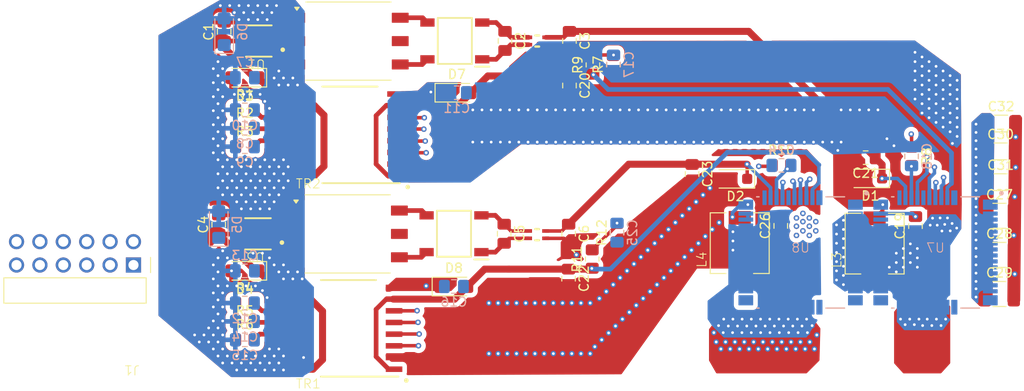
<source format=kicad_pcb>
(kicad_pcb (version 20241229) (generator "pcbnew") (generator_version "9.0")
  (layers (0 "F.Cu" signal) (4 "In1.Cu" signal) (6 "In2.Cu" signal) (2 "B.Cu" signal) (13 "F.Paste" user) (15 "B.Paste" user) (5 "F.SilkS" user "F.Silkscreen") (7 "B.SilkS" user "B.Silkscreen") (1 "F.Mask" user) (3 "B.Mask" user) (25 "Edge.Cuts" user))
  (property "ADDRESS1" "Not shown in title block")
  (property "ADDRESS2" "Not shown in title block")
  (property "ADDRESS3" "Not shown in title block")
  (property "ADDRESS4" "Not shown in title block")
  (property "APPROVEDBY" "Not shown in title block")
  (property "AUTHOR" "Not shown in title block")
  (property "CHECKEDBY" "Not shown in title block")
  (property "CONFIGURATIONPARAMETERS" "")
  (property "CONFIGURATORNAME" "")
  (property "CURRENTDATE" "Not shown in title block")
  (property "CURRENTTIME" "Not shown in title block")
  (property "DOCUMENTFULLPATHANDNAME" "Not shown in title block")
  (property "DOCUMENTNAME" "Not shown in title block")
  (property "DOCUMENTNUMBER" "2")
  (property "DRAWNBY" "Fei Yang")
  (property "ENGINEER" "Not shown in title block")
  (property "IMAGEPATH" "Not shown in title block")
  (property "ISUSERCONFIGURABLE" "")
  (property "MODIFIEDDATE" "Not shown in title block")
  (property "ORGANIZATION" "Not shown in title block")
  (property "PAGESETUP" "Record=PageOptions¦CenterHorizontal=True¦CenterVertical=True¦PrintScale=1.00¦XCorrection=1.00¦YCorrection=1.00¦PrintKind=0¦BorderSize=5000000¦LeftOffset=0¦BottomOffset=0¦Orientation=2¦PaperLength=1000¦PaperWidth=1000¦Scale=100¦PaperSource=15¦PrintQuality=600¦MediaType=1¦DitherType=10¦PaperKind=Letter¦PrintScaleMode=1")
  (property "SHEETTOTAL" "3")
  (property "TIME" "Not shown in title block")
  (property "VERSIONCONTROL_REVNUMBER" "")
  (net 0 "")
  (net 1 "GNDA")
  (net 2 "+5V")
  (net 3 "Net-(U2-+)")
  (net 4 "Net-(U2--)")
  (net 5 "+ISO_12V_H")
  (net 6 "SW")
  (net 7 "Net-(U4--)")
  (net 8 "Net-(U4-+)")
  (net 9 "GNDPWR")
  (net 10 "+ISO_12V_L")
  (net 11 "Net-(U5-OUTC)")
  (net 12 "Net-(U5-OUTB)")
  (net 13 "HS_PWM")
  (net 14 "+5V_ISO_H")
  (net 15 "Net-(U6-OUTC)")
  (net 16 "Net-(U6-OUTB)")
  (net 17 "+5V_ISO_L")
  (net 18 "Net-(U7A-RDRV)")
  (net 19 "Net-(U7A-IN)")
  (net 20 "Net-(C19-Pad2)")
  (net 21 "Net-(U8A-IN)")
  (net 22 "Net-(U8A-RDRV)")
  (net 23 "Net-(C26-Pad2)")
  (net 24 "HVBUS")
  (net 37 "Net-(U7A-BBSW)")
  (net 38 "Net-(U8A-BBSW)")
  (net 39 "Net-(U5-IND)")
  (net 40 "HS_FAULT")
  (net 41 "HS_OC{slash}ZVD")
  (net 42 "Net-(U6-IND)")
  (net 43 "Net-(U5-OUTD)")
  (net 44 "Net-(U6-OUTD)")
  (net 45 "Net-(U1-D2)")
  (net 46 "Net-(U1-D1)")
  (net 48 "Net-(U2-~_2)")
  (net 49 "Net-(U2-~_1)")
  (net 50 "Net-(U4-~_2)")
  (net 52 "Net-(U4-~_1)")
  (net 53 "Net-(U3-D2)")
  (net 54 "Net-(U3-D1)")
  (net 55 "Net-(U5-INC)")
  (net 56 "Net-(U5-INA)")
  (net 57 "HS_TEMP")
  (net 58 "Net-(U5-INB)")
  (net 59 "Net-(U6-INC)")
  (net 60 "Net-(U6-INA)")
  (net 61 "Net-(U6-INB)")
  (net 76 "LS_PWM")
  (net 77 "LS_FAULT")
  (net 78 "LS_OC{slash}ZVD")
  (net 79 "LS_TEMP")
  (footprint "Resistor_SMD:R_0805_2012Metric_Pad1.20x1.40mm_HandSolder" (layer "F.Cu") (at 87.5 125.75)
    (property "Reference" "R6")
    (property "Value" "300R")
  )
  (footprint "Resistor_SMD:R_0805_2012Metric_Pad1.20x1.40mm_HandSolder" (layer "F.Cu") (at 145.7706 106.7816)
    (property "Reference" "R10")
    (property "Value" "300R")
  )
  (footprint "Capacitor_SMD:C_0805_2012Metric_Pad1.18x1.45mm_HandSolder" (layer "F.Cu") (at 136.0678 107.7214 -90)
    (property "Reference" "C23")
    (property "Value" "0.22uF")
  )
  (footprint "KiCAD_Library-N1-V1.0:SN6505B" (layer "F.Cu") (at 88.91 114.215 180)
    (property "Reference" "U3")
    (property "Value" "~" (hide yes))
  )
  (footprint "Capacitor_SMD:C_0805_2012Metric_Pad1.18x1.45mm_HandSolder" (layer "F.Cu") (at 122.66 114.215 -90)
    (property "Reference" "C6")
    (property "Value" "4.7uF")
  )
  (footprint "Resistor_SMD:R_0805_2012Metric_Pad1.20x1.40mm_HandSolder" (layer "F.Cu") (at 159.9 105.8 -90)
    (property "Reference" "R8")
    (property "Value" "300R")
  )
  (footprint "Diode_SMD:D_SOD-123F" (layer "F.Cu") (at 155.3 108.2 180)
    (property "Reference" "D1")
    (property "Value" "BZT52C16-7-F")
  )
  (footprint "Resistor_SMD:R_0805_2012Metric_Pad1.20x1.40mm_HandSolder" (layer "F.Cu") (at 125.2982 95.8596 90)
    (property "Reference" "R9")
    (property "Value" "0R")
  )
  (footprint "Capacitor_SMD:C_1210_3225Metric_Pad1.33x2.70mm_HandSolder" (layer "F.Cu") (at 169.4434 120.768)
    (property "Reference" "C29")
    (property "Value" "22pF")
  )
  (footprint "Capacitor_SMD:C_0805_2012Metric_Pad1.18x1.45mm_HandSolder" (layer "F.Cu") (at 122.65 119.1 -90)
    (property "Reference" "C22")
    (property "Value" "0.22uF")
  )
  (footprint "KiCAD_Library-N1-V1.0:TS260S_R2_00001" (layer "F.Cu") (at 110.41 114.715 180)
    (property "Reference" "U4" (hide yes))
    (property "Value" "~" (hide yes))
  )
  (footprint "Resistor_SMD:R_0805_2012Metric_Pad1.20x1.40mm_HandSolder" (layer "F.Cu") (at 87.5 121.75)
    (property "Reference" "R4")
    (property "Value" "49.9R")
  )
  (footprint "Resistor_SMD:R_0805_2012Metric_Pad1.20x1.40mm_HandSolder" (layer "F.Cu") (at 127.508 95.8342 90)
    (property "Reference" "R7")
    (property "Value" "20k")
  )
  (footprint "Resistor_SMD:R_0805_2012Metric_Pad1.20x1.40mm_HandSolder" (layer "F.Cu") (at 87.5 104.75)
    (property "Reference" "R3")
    (property "Value" "300R")
  )
  (footprint "Diode_SMD:D_SMF" (layer "F.Cu") (at 110.5154 98.8822)
    (property "Reference" "D7")
    (property "Value" "SMF6V0A")
  )
  (footprint "Capacitor_SMD:C_1206_3216Metric_Pad1.33x1.80mm_HandSolder" (layer "F.Cu") (at 169.5704 108.6076)
    (property "Reference" "C31")
    (property "Value" "100pF")
  )
  (footprint "KiCAD_Library-N1-V1.0:ACM2012-900-2P-T001" (layer "F.Cu") (at 119.235 114.305)
    (property "Reference" "L2" (hide yes))
    (property "Value" "~" (hide yes))
  )
  (footprint "Diode_SMD:D_SMF" (layer "F.Cu") (at 87.5 118.25 180)
    (property "Reference" "D4")
    (property "Value" "SMF6V0A")
  )
  (footprint "Capacitor_SMD:C_0805_2012Metric_Pad1.18x1.45mm_HandSolder" (layer "F.Cu") (at 115.66 114.215 -90)
    (property "Reference" "C5")
    (property "Value" "4.7uF")
  )
  (footprint "Capacitor_SMD:C_1206_3216Metric_Pad1.33x1.80mm_HandSolder" (layer "F.Cu") (at 169.5704 105.2576)
    (property "Reference" "C30")
    (property "Value" "100pF")
  )
  (footprint "KiCAD_Library-N1-V1.0:750315371" (layer "F.Cu") (at 98.75 93.25)
    (property "Reference" "TR1")
    (property "Value" "Wuerth_750315371" (hide yes))
  )
  (footprint "KiCAD_Library-N1-V1.0:TS260S_R2_00001" (layer "F.Cu") (at 110.5 93.75 180)
    (property "Reference" "U2" (hide yes))
    (property "Value" "~" (hide yes))
  )
  (footprint "Capacitor_SMD:C_0805_2012Metric_Pad1.18x1.45mm_HandSolder" (layer "F.Cu") (at 145.6944 113.3602 90)
    (property "Reference" "C26")
    (property "Value" "2.2uF")
  )
  (footprint "Diode_SMD:D_SMF" (layer "F.Cu") (at 87.5 97.25 180)
    (property "Reference" "D3")
    (property "Value" "SMF6V0A")
  )
  (footprint "Resistor_SMD:R_0805_2012Metric_Pad1.20x1.40mm_HandSolder" (layer "F.Cu") (at 87.5 123.75)
    (property "Reference" "R5")
    (property "Value" "300R")
  )
  (footprint "Capacitor_SMD:C_0805_2012Metric_Pad1.18x1.45mm_HandSolder" (layer "F.Cu") (at 85.25 92.25 90)
    (property "Reference" "C1")
    (property "Value" "4.7uF")
  )
  (footprint "KiCAD_Library-N1-V1.0:Ind_6.3mmx6.3mm" (layer "F.Cu") (at 141.25 115.25 90)
    (property "Reference" "L4")
    (property "Value" "4.7uH" (hide yes))
  )
  (footprint "Resistor_SMD:R_0805_2012Metric_Pad1.20x1.40mm_HandSolder" (layer "F.Cu") (at 125.222 116.967 90)
    (property "Reference" "R11")
    (property "Value" "0R")
  )
  (footprint "Diode_SMD:D_SMF" (layer "F.Cu") (at 110.2 119.95)
    (property "Reference" "D8")
    (property "Value" "SMF6V0A")
  )
  (footprint "Capacitor_SMD:C_1210_3225Metric_Pad1.33x2.70mm_HandSolder" (layer "F.Cu") (at 169.4434 116.518)
    (property "Reference" "C28")
    (property "Value" "22pF")
  )
  (footprint "Capacitor_SMD:C_0805_2012Metric_Pad1.18x1.45mm_HandSolder" (layer "F.Cu") (at 115.75 93.25 -90)
    (property "Reference" "C2")
    (property "Value" "4.7uF")
  )
  (footprint "Capacitor_SMD:C_0805_2012Metric_Pad1.18x1.45mm_HandSolder" (layer "F.Cu") (at 122.75 93.25 -90)
    (property "Reference" "C3")
    (property "Value" "4.7uF")
  )
  (footprint "Resistor_SMD:R_0805_2012Metric_Pad1.20x1.40mm_HandSolder" (layer "F.Cu") (at 87.5 100.75)
    (property "Reference" "R1")
    (property "Value" "49.9R")
  )
  (footprint "KiCAD_Library-N1-V1.0:DW0016B_HV" (layer "F.Cu") (at 98.91 103.465 180)
    (property "Reference" "U5" (hide yes))
    (property "Value" "~")
  )
  (footprint "Capacitor_SMD:C_0805_2012Metric_Pad1.18x1.45mm_HandSolder" (layer "F.Cu") (at 84.66 113.215 90)
    (property "Reference" "C4")
    (property "Value" "4.7uF")
  )
  (footprint "KiCAD_Library-N1-V1.0:ACM2012-900-2P-T001" (layer "F.Cu") (at 119.25 93.25)
    (property "Reference" "L1" (hide yes))
    (property "Value" "~" (hide yes))
  )
  (footprint "Capacitor_SMD:C_1210_3225Metric_Pad1.33x2.70mm_HandSolder" (layer "F.Cu") (at 169.4434 112.268)
    (property "Reference" "C27")
    (property "Value" "22pF")
  )
  (footprint "Resistor_SMD:R_0805_2012Metric_Pad1.20x1.40mm_HandSolder" (layer "F.Cu") (at 127.9144 114.0968 90)
    (property "Reference" "R12")
    (property "Value" "20k")
  )
  (footprint "KiCAD_Library-N1-V1.0:750315371" (layer "F.Cu") (at 98.66 114.215)
    (property "Reference" "TR2")
    (property "Value" "Wuerth_750315371" (hide yes))
  )
  (footprint "Diode_SMD:D_SOD-123F" (layer "F.Cu") (at 140.65 108.25 180)
    (property "Reference" "D2")
    (property "Value" "BZT52C16-7-F")
  )
  (footprint "Capacitor_SMD:C_1206_3216Metric_Pad1.33x1.80mm_HandSolder" (layer "F.Cu") (at 169.6212 102.235)
    (property "Reference" "C32")
    (property "Value" "100pF")
  )
  (footprint "Resistor_SMD:R_0805_2012Metric_Pad1.20x1.40mm_HandSolder" (layer "F.Cu") (at 87.5 102.75)
    (property "Reference" "R2")
    (property "Value" "300R")
  )
  (footprint "KiCAD_Library-N1-V1.0:Ind_6.3mmx6.3mm" (layer "F.Cu") (at 155.9 115.3 90)
    (property "Reference" "L3")
    (property "Value" "4.7uH" (hide yes))
  )
  (footprint "KiCAD_Library-N1-V1.0:DW0016B_HV" (layer "F.Cu") (at 98.75 124.5 180)
    (property "Reference" "U6" (hide yes))
    (property "Value" "~")
  )
  (footprint "KiCAD_Library-N1-V1.0:PinHeader_2x6_Angled" (layer "F.Cu") (at 75.4134 117.5973 180)
    (property "Reference" "J1")
    (property "Value" "~" (hide yes))
  )
  (footprint "Capacitor_SMD:C_0805_2012Metric_Pad1.18x1.45mm_HandSolder" (layer "F.Cu") (at 160.3248 113.3856 90)
    (property "Reference" "C19")
    (property "Value" "2.2uF")
  )
  (footprint "Capacitor_SMD:C_0805_2012Metric_Pad1.18x1.45mm_HandSolder" (layer "F.Cu") (at 122.75 98.1 -90)
    (property "Reference" "C20")
    (property "Value" "0.22uF")
  )
  (footprint "Capacitor_SMD:C_0805_2012Metric_Pad1.18x1.45mm_HandSolder" (layer "F.Cu") (at 154.9146 105.9434 180)
    (property "Reference" "C21")
    (property "Value" "0.22uF")
  )
  (footprint "KiCAD_Library-N1-V1.0:SN6505B" (layer "F.Cu") (at 89 93.25 180)
    (property "Reference" "U1")
    (property "Value" "~" (hide yes))
  )
  (footprint "Capacitor_SMD:C_0805_2012Metric_Pad1.18x1.45mm_HandSolder" (layer "B.Cu") (at 127.9144 114.0968 90)
    (property "Reference" "C25")
    (property "Value" "100pF")
  )
  (footprint "Diode_SMD:D_SMF" (layer "B.Cu") (at 84.66 113.215 90)
    (property "Reference" "D5")
    (property "Value" "SMF6V0A")
  )
  (footprint "Capacitor_SMD:C_0805_2012Metric_Pad1.18x1.45mm_HandSolder" (layer "B.Cu") (at 87.5 102.75)
    (property "Reference" "C8")
    (property "Value" "43pF")
  )
  (footprint "Capacitor_SMD:C_0805_2012Metric_Pad1.18x1.45mm_HandSolder" (layer "B.Cu") (at 127.5348 95.817 90)
    (property "Reference" "C17")
    (property "Value" "100pF")
  )
  (footprint "Capacitor_SMD:C_0805_2012Metric_Pad1.18x1.45mm_HandSolder" (layer "B.Cu") (at 87.5 100.75)
    (property "Reference" "C10")
    (property "Value" "43pF")
  )
  (footprint "Capacitor_SMD:C_0805_2012Metric_Pad1.18x1.45mm_HandSolder" (layer "B.Cu") (at 87.5 104.75)
    (property "Reference" "C9")
    (property "Value" "43pF")
  )
  (footprint "Capacitor_SMD:C_0805_2012Metric_Pad1.18x1.45mm_HandSolder" (layer "B.Cu") (at 110.5154 98.8822)
    (property "Reference" "C11")
    (property "Value" "1uF")
  )
  (footprint "Capacitor_SMD:C_0805_2012Metric_Pad1.18x1.45mm_HandSolder" (layer "B.Cu") (at 110.2 119.95)
    (property "Reference" "C16")
    (property "Value" "1uF")
  )
  (footprint "Capacitor_SMD:C_0805_2012Metric_Pad1.18x1.45mm_HandSolder" (layer "B.Cu") (at 159.9 105.8 90)
    (property "Reference" "C18")
    (property "Value" "22pF")
  )
  (footprint "Diode_SMD:D_SMF" (layer "B.Cu") (at 85.25 92.25 90)
    (property "Reference" "D6")
    (property "Value" "SMF6V0A")
  )
  (footprint "Capacitor_SMD:C_0805_2012Metric_Pad1.18x1.45mm_HandSolder" (layer "B.Cu") (at 87.5 125.75)
    (property "Reference" "C15")
    (property "Value" "43pF")
  )
  (footprint "Capacitor_SMD:C_0805_2012Metric_Pad1.18x1.45mm_HandSolder" (layer "B.Cu") (at 87.5 118.25 180)
    (property "Reference" "C13")
    (property "Value" "1uF")
  )
  (footprint "Capacitor_SMD:C_0805_2012Metric_Pad1.18x1.45mm_HandSolder" (layer "B.Cu") (at 87.5 121.75)
    (property "Reference" "C12")
    (property "Value" "43pF")
  )
  (footprint "Capacitor_SMD:C_0805_2012Metric_Pad1.18x1.45mm_HandSolder" (layer "B.Cu") (at 87.5 123.75)
    (property "Reference" "C14")
    (property "Value" "43pF")
  )
  (footprint "Capacitor_SMD:C_0805_2012Metric_Pad1.18x1.45mm_HandSolder" (layer "B.Cu") (at 145.7706 106.7816 180)
    (property "Reference" "C24")
    (property "Value" "22pF")
  )
  (footprint "KiCAD_Library-N1-V1.0:LMG352x" (layer "B.Cu") (at 147.85 116.25 180)
    (property "Reference" "U8")
    (property "Value" "~")
  )
  (footprint "Capacitor_SMD:C_0805_2012Metric_Pad1.18x1.45mm_HandSolder" (layer "B.Cu") (at 87.5 97.25 180)
    (property "Reference" "C7")
    (property "Value" "1uF")
  )
  (footprint "KiCAD_Library-N1-V1.0:LMG352x" (layer "B.Cu") (at 162.5 116.25 180)
    (property "Reference" "U7")
    (property "Value" "~")
  )
  (via (at 149.5 112.9) (size 0.6) (drill 0.3) (layers "F.Cu" "B.Cu") (net 0))
  (via (at 147.4 112.5) (size 0.6) (drill 0.3) (layers "F.Cu" "B.Cu") (net 0))
  (via (at 148.1 112.9) (size 0.6) (drill 0.3) (layers "F.Cu" "B.Cu") (net 0))
  (via (at 148.8 112.5) (size 0.6) (drill 0.3) (layers "F.Cu" "B.Cu") (net 0))
  (via (at 147.4 114.4) (size 0.6) (drill 0.3) (layers "F.Cu" "B.Cu") (net 0))
  (via (at 147.4 113.4) (size 0.6) (drill 0.3) (layers "F.Cu" "B.Cu") (net 0))
  (via (at 148.8 113.4) (size 0.6) (drill 0.3) (layers "F.Cu" "B.Cu") (net 0))
  (via (at 149.5 113.9) (size 0.6) (drill 0.3) (layers "F.Cu" "B.Cu") (net 0))
  (via (at 148.1 113.9) (size 0.6) (drill 0.3) (layers "F.Cu" "B.Cu") (net 0))
  (via (at 148.1 112) (size 0.6) (drill 0.3) (layers "F.Cu" "B.Cu") (net 0))
  (via (at 148.8 114.4) (size 0.6) (drill 0.3) (layers "F.Cu" "B.Cu") (net 0))
  (via (at 86.614 110.744) (size 0.6) (drill 0.3) (layers "F.Cu" "B.Cu") (net 1))
  (via (at 85.09 105.41) (size 0.6) (drill 0.3) (layers "F.Cu" "B.Cu") (net 1))
  (via (at 84.074 99.314) (size 0.6) (drill 0.3) (layers "F.Cu" "B.Cu") (net 1))
  (via (at 91.694 127.508) (size 0.6) (drill 0.3) (layers "F.Cu" "B.Cu") (net 1))
  (via (at 87.122 111.506) (size 0.6) (drill 0.3) (layers "F.Cu" "B.Cu") (net 1))
  (via (at 83.058 125.222) (size 0.6) (drill 0.3) (layers "F.Cu" "B.Cu") (net 1))
  (via (at 89.154 111.506) (size 0.6) (drill 0.3) (layers "F.Cu" "B.Cu") (net 1))
  (via (at 85.598 116.84) (size 0.6) (drill 0.3) (layers "F.Cu" "B.Cu") (net 1))
  (via (at 84.074 97.79) (size 0.6) (drill 0.3) (layers "F.Cu" "B.Cu") (net 1))
  (via (at 85.09 106.934) (size 0.6) (drill 0.3) (layers "F.Cu" "B.Cu") (net 1))
  (via (at 88.392 116.332) (size 0.6) (drill 0.3) (layers "F.Cu" "B.Cu") (net 1))
  (via (at 90.678 129.032) (size 0.6) (drill 0.3) (layers "F.Cu" "B.Cu") (net 1))
  (via (at 88.9 89.408) (size 0.6) (drill 0.3) (layers "F.Cu" "B.Cu") (net 1))
  (via (at 93.218 98.044) (size 0.6) (drill 0.3) (layers "F.Cu" "B.Cu") (net 1))
  (via (at 88.138 109.982) (size 0.6) (drill 0.3) (layers "F.Cu" "B.Cu") (net 1))
  (via (at 85.598 119.888) (size 0.6) (drill 0.3) (layers "F.Cu" "B.Cu") (net 1))
  (via (at 92.202 98.044) (size 0.6) (drill 0.3) (layers "F.Cu" "B.Cu") (net 1))
  (via (at 91.186 106.934) (size 0.6) (drill 0.3) (layers "F.Cu" "B.Cu") (net 1))
  (via (at 85.09 116.078) (size 0.6) (drill 0.3) (layers "F.Cu" "B.Cu") (net 1))
  (via (at 87.884 89.408) (size 0.6) (drill 0.3) (layers "F.Cu" "B.Cu") (net 1))
  (via (at 85.598 107.696) (size 0.6) (drill 0.3) (layers "F.Cu" "B.Cu") (net 1))
  (via (at 84.074 119.126) (size 0.6) (drill 0.3) (layers "F.Cu" "B.Cu") (net 1))
  (via (at 84.582 103.124) (size 0.6) (drill 0.3) (layers "F.Cu" "B.Cu") (net 1))
  (via (at 91.186 128.27) (size 0.6) (drill 0.3) (layers "F.Cu" "B.Cu") (net 1))
  (via (at 87.122 109.982) (size 0.6) (drill 0.3) (layers "F.Cu" "B.Cu") (net 1))
  (via (at 85.09 102.362) (size 0.6) (drill 0.3) (layers "F.Cu" "B.Cu") (net 1))
  (via (at 85.09 96.266) (size 0.6) (drill 0.3) (layers "F.Cu" "B.Cu") (net 1))
  (via (at 86.614 109.22) (size 0.6) (drill 0.3) (layers "F.Cu" "B.Cu") (net 1))
  (via (at 84.582 104.648) (size 0.6) (drill 0.3) (layers "F.Cu" "B.Cu") (net 1))
  (via (at 90.17 116.84) (size 0.6) (drill 0.3) (layers "F.Cu" "B.Cu") (net 1))
  (via (at 85.09 103.886) (size 0.6) (drill 0.3) (layers "F.Cu" "B.Cu") (net 1))
  (via (at 84.582 124.46) (size 0.6) (drill 0.3) (layers "F.Cu" "B.Cu") (net 1))
  (via (at 91.694 106.172) (size 0.6) (drill 0.3) (layers "F.Cu" "B.Cu") (net 1))
  (via (at 85.09 125.222) (size 0.6) (drill 0.3) (layers "F.Cu" "B.Cu") (net 1))
  (via (at 90.17 128.27) (size 0.6) (drill 0.3) (layers "F.Cu" "B.Cu") (net 1))
  (via (at 88.646 119.888) (size 0.6) (drill 0.3) (layers "F.Cu" "B.Cu") (net 1))
  (via (at 85.09 108.458) (size 0.6) (drill 0.3) (layers "F.Cu" "B.Cu") (net 1))
  (via (at 88.646 127.508) (size 0.6) (drill 0.3) (layers "F.Cu" "B.Cu") (net 1))
  (via (at 85.598 127.508) (size 0.6) (drill 0.3) (layers "F.Cu" "B.Cu") (net 1))
  (via (at 92.202 106.934) (size 0.6) (drill 0.3) (layers "F.Cu" "B.Cu") (net 1))
  (via (at 84.074 100.838) (size 0.6) (drill 0.3) (layers "F.Cu" "B.Cu") (net 1))
  (via (at 85.598 106.172) (size 0.6) (drill 0.3) (layers "F.Cu" "B.Cu") (net 1))
  (via (at 86.106 109.982) (size 0.6) (drill 0.3) (layers "F.Cu" "B.Cu") (net 1))
  (via (at 84.582 101.6) (size 0.6) (drill 0.3) (layers "F.Cu" "B.Cu") (net 1))
  (via (at 89.408 116.332) (size 0.6) (drill 0.3) (layers "F.Cu" "B.Cu") (net 1))
  (via (at 88.646 106.172) (size 0.6) (drill 0.3) (layers "F.Cu" "B.Cu") (net 1))
  (via (at 86.868 89.408) (size 0.6) (drill 0.3) (layers "F.Cu" "B.Cu") (net 1))
  (via (at 86.36 99.06) (size 0.6) (drill 0.3) (layers "F.Cu" "B.Cu") (net 1))
  (via (at 85.09 122.174) (size 0.6) (drill 0.3) (layers "F.Cu" "B.Cu") (net 1))
  (via (at 87.63 127.508) (size 0.6) (drill 0.3) (layers "F.Cu" "B.Cu") (net 1))
  (via (at 84.074 105.41) (size 0.6) (drill 0.3) (layers "F.Cu" "B.Cu") (net 1))
  (via (at 84.074 103.886) (size 0.6) (drill 0.3) (layers "F.Cu" "B.Cu") (net 1))
  (via (at 90.17 126.746) (size 0.6) (drill 0.3) (layers "F.Cu" "B.Cu") (net 1))
  (via (at 83.566 124.46) (size 0.6) (drill 0.3) (layers "F.Cu" "B.Cu") (net 1))
  (via (at 88.392 90.17) (size 0.6) (drill 0.3) (layers "F.Cu" "B.Cu") (net 1))
  (via (at 91.694 119.126) (size 0.6) (drill 0.3) (layers "F.Cu" "B.Cu") (net 1))
  (via (at 87.63 106.172) (size 0.6) (drill 0.3) (layers "F.Cu" "B.Cu") (net 1))
  (via (at 84.074 122.174) (size 0.6) (drill 0.3) (layers "F.Cu" "B.Cu") (net 1))
  (via (at 83.566 125.984) (size 0.6) (drill 0.3) (layers "F.Cu" "B.Cu") (net 1))
  (via (at 88.138 128.27) (size 0.6) (drill 0.3) (layers "F.Cu" "B.Cu") (net 1))
  (via (at 89.154 106.934) (size 0.6) (drill 0.3) (layers "F.Cu" "B.Cu") (net 1))
  (via (at 84.582 97.028) (size 0.6) (drill 0.3) (layers "F.Cu" "B.Cu") (net 1))
  (via (at 86.614 119.888) (size 0.6) (drill 0.3) (layers "F.Cu" "B.Cu") (net 1))
  (via (at 86.106 108.458) (size 0.6) (drill 0.3) (layers "F.Cu" "B.Cu") (net 1))
  (via (at 90.17 108.458) (size 0.6) (drill 0.3) (layers "F.Cu" "B.Cu") (net 1))
  (via (at 91.694 129.032) (size 0.6) (drill 0.3) (layers "F.Cu" "B.Cu") (net 1))
  (via (at 85.09 109.982) (size 0.6) (drill 0.3) (layers "F.Cu" "B.Cu") (net 1))
  (via (at 84.074 102.362) (size 0.6) (drill 0.3) (layers "F.Cu" "B.Cu") (net 1))
  (via (at 90.678 110.744) (size 0.6) (drill 0.3) (layers "F.Cu" "B.Cu") (net 1))
  (via (at 86.106 106.934) (size 0.6) (drill 0.3) (layers "F.Cu" "B.Cu") (net 1))
  (via (at 85.09 100.838) (size 0.6) (drill 0.3) (layers "F.Cu" "B.Cu") (net 1))
  (via (at 88.138 99.06) (size 0.6) (drill 0.3) (layers "F.Cu" "B.Cu") (net 1))
  (via (at 89.154 128.27) (size 0.6) (drill 0.3) (layers "F.Cu" "B.Cu") (net 1))
  (via (at 84.074 123.698) (size 0.6) (drill 0.3) (layers "F.Cu" "B.Cu") (net 1))
  (via (at 89.154 109.982) (size 0.6) (drill 0.3) (layers "F.Cu" "B.Cu") (net 1))
  (via (at 84.582 109.22) (size 0.6) (drill 0.3) (layers "F.Cu" "B.Cu") (net 1))
  (via (at 93.875001 127.675) (size 0.6) (drill 0.3) (layers "F.Cu" "B.Cu") (net 1))
  (via (at 92.71 97.282) (size 0.6) (drill 0.3) (layers "F.Cu" "B.Cu") (net 1))
  (via (at 90.678 106.172) (size 0.6) (drill 0.3) (layers "F.Cu" "B.Cu") (net 1))
  (via (at 84.582 116.84) (size 0.6) (drill 0.3) (layers "F.Cu" "B.Cu") (net 1))
  (via (at 89.662 109.22) (size 0.6) (drill 0.3) (layers "F.Cu" "B.Cu") (net 1))
  (via (at 89.662 129.032) (size 0.6) (drill 0.3) (layers "F.Cu" "B.Cu") (net 1))
  (via (at 85.09 97.79) (size 0.6) (drill 0.3) (layers "F.Cu" "B.Cu") (net 1))
  (via (at 84.582 122.936) (size 0.6) (drill 0.3) (layers "F.Cu" "B.Cu") (net 1))
  (via (at 85.09 128.27) (size 0.6) (drill 0.3) (layers "F.Cu" "B.Cu") (net 1))
  (via (at 93.726 119.126) (size 0.6) (drill 0.3) (layers "F.Cu" "B.Cu") (net 1))
  (via (at 91.694 107.696) (size 0.6) (drill 0.3) (layers "F.Cu" "B.Cu") (net 1))
  (via (at 86.614 127.508) (size 0.6) (drill 0.3) (layers "F.Cu" "B.Cu") (net 1))
  (via (at 84.582 100.076) (size 0.6) (drill 0.3) (layers "F.Cu" "B.Cu") (net 1))
  (via (at 90.678 109.22) (size 0.6) (drill 0.3) (layers "F.Cu" "B.Cu") (net 1))
  (via (at 92.202 108.458) (size 0.6) (drill 0.3) (layers "F.Cu" "B.Cu") (net 1))
  (via (at 89.662 99.822) (size 0.6) (drill 0.3) (layers "F.Cu" "B.Cu") (net 1))
  (via (at 89.154 108.458) (size 0.6) (drill 0.3) (layers "F.Cu" "B.Cu") (net 1))
  (via (at 86.05 118.25) (size 0.6) (drill 0.3) (layers "F.Cu" "B.Cu") (net 1))
  (via (at 82.55 125.984) (size 0.6) (drill 0.3) (layers "F.Cu" "B.Cu") (net 1))
  (via (at 91.186 108.458) (size 0.6) (drill 0.3) (layers "F.Cu" "B.Cu") (net 1))
  (via (at 89.916 121.158) (size 0.6) (drill 0.3) (layers "F.Cu" "B.Cu") (net 1))
  (via (at 87.63 110.744) (size 0.6) (drill 0.3) (layers "F.Cu" "B.Cu") (net 1))
  (via (at 85.09 126.746) (size 0.6) (drill 0.3) (layers "F.Cu" "B.Cu") (net 1))
  (via (at 87.63 109.22) (size 0.6) (drill 0.3) (layers "F.Cu" "B.Cu") (net 1))
  (via (at 88.138 106.934) (size 0.6) (drill 0.3) (layers "F.Cu" "B.Cu") (net 1))
  (via (at 91.694 117.602) (size 0.6) (drill 0.3) (layers "F.Cu" "B.Cu") (net 1))
  (via (at 87.63 119.888) (size 0.6) (drill 0.3) (layers "F.Cu" "B.Cu") (net 1))
  (via (at 86.614 106.172) (size 0.6) (drill 0.3) (layers "F.Cu" "B.Cu") (net 1))
  (via (at 90.17 100.584) (size 0.6) (drill 0.3) (layers "F.Cu" "B.Cu") (net 1))
  (via (at 92.71 119.126) (size 0.6) (drill 0.3) (layers "F.Cu" "B.Cu") (net 1))
  (via (at 86.868 90.932) (size 0.6) (drill 0.3) (layers "F.Cu" "B.Cu") (net 1))
  (via (at 84.582 98.552) (size 0.6) (drill 0.3) (layers "F.Cu" "B.Cu") (net 1))
  (via (at 85.852 89.408) (size 0.6) (drill 0.3) (layers "F.Cu" "B.Cu") (net 1))
  (via (at 84.074 120.65) (size 0.6) (drill 0.3) (layers "F.Cu" "B.Cu") (net 1))
  (via (at 91.186 126.746) (size 0.6) (drill 0.3) (layers "F.Cu" "B.Cu") (net 1))
  (via (at 89.408 90.17) (size 0.6) (drill 0.3) (layers "F.Cu" "B.Cu") (net 1))
  (via (at 84.836 89.408) (size 0.6) (drill 0.3) (layers "F.Cu" "B.Cu") (net 1))
  (via (at 84.074 125.222) (size 0.6) (drill 0.3) (layers "F.Cu" "B.Cu") (net 1))
  (via (at 84.582 107.696) (size 0.6) (drill 0.3) (layers "F.Cu" "B.Cu") (net 1))
  (via (at 87.122 106.934) (size 0.6) (drill 0.3) (layers "F.Cu" "B.Cu") (net 1))
  (via (at 84.582 106.172) (size 0.6) (drill 0.3) (layers "F.Cu" "B.Cu") (net 1))
  (via (at 92.202 118.364) (size 0.6) (drill 0.3) (layers "F.Cu" "B.Cu") (net 1))
  (via (at 84.582 95.504) (size 0.6) (drill 0.3) (layers "F.Cu" "B.Cu") (net 1))
  (via (at 86.614 107.696) (size 0.6) (drill 0.3) (layers "F.Cu" "B.Cu") (net 1))
  (via (at 88.646 107.696) (size 0.6) (drill 0.3) (layers "F.Cu" "B.Cu") (net 1))
  (via (at 87.884 90.932) (size 0.6) (drill 0.3) (layers "F.Cu" "B.Cu") (net 1))
  (via (at 87.63 107.696) (size 0.6) (drill 0.3) (layers "F.Cu" "B.Cu") (net 1))
  (via (at 88.646 110.744) (size 0.6) (drill 0.3) (layers "F.Cu" "B.Cu") (net 1))
  (via (at 84.582 121.412) (size 0.6) (drill 0.3) (layers "F.Cu" "B.Cu") (net 1))
  (via (at 90.17 109.982) (size 0.6) (drill 0.3) (layers "F.Cu" "B.Cu") (net 1))
  (via (at 91.186 98.044) (size 0.6) (drill 0.3) (layers "F.Cu" "B.Cu") (net 1))
  (via (at 88.646 109.22) (size 0.6) (drill 0.3) (layers "F.Cu" "B.Cu") (net 1))
  (via (at 90.678 127.508) (size 0.6) (drill 0.3) (layers "F.Cu" "B.Cu") (net 1))
  (via (at 90.17 106.934) (size 0.6) (drill 0.3) (layers "F.Cu" "B.Cu") (net 1))
  (via (at 84.582 119.888) (size 0.6) (drill 0.3) (layers "F.Cu" "B.Cu") (net 1))
  (via (at 87.122 108.458) (size 0.6) (drill 0.3) (layers "F.Cu" "B.Cu") (net 1))
  (via (at 86.36 90.17) (size 0.6) (drill 0.3) (layers "F.Cu" "B.Cu") (net 1))
  (via (at 85.09 120.65) (size 0.6) (drill 0.3) (layers "F.Cu" "B.Cu") (net 1))
  (via (at 91.186 109.982) (size 0.6) (drill 0.3) (layers "F.Cu" "B.Cu") (net 1))
  (via (at 90.678 107.696) (size 0.6) (drill 0.3) (layers "F.Cu" "B.Cu") (net 1))
  (via (at 85.09 123.698) (size 0.6) (drill 0.3) (layers "F.Cu" "B.Cu") (net 1))
  (via (at 89.662 110.744) (size 0.6) (drill 0.3) (layers "F.Cu" "B.Cu") (net 1))
  (via (at 90.678 117.602) (size 0.6) (drill 0.3) (layers "F.Cu" "B.Cu") (net 1))
  (via (at 89.662 127.508) (size 0.6) (drill 0.3) (layers "F.Cu" "B.Cu") (net 1))
  (via (at 93.218 118.364) (size 0.6) (drill 0.3) (layers "F.Cu" "B.Cu") (net 1))
  (via (at 87.63 129.032) (size 0.6) (drill 0.3) (layers "F.Cu" "B.Cu") (net 1))
  (via (at 87.376 99.06) (size 0.6) (drill 0.3) (layers "F.Cu" "B.Cu") (net 1))
  (via (at 87.376 90.17) (size 0.6) (drill 0.3) (layers "F.Cu" "B.Cu") (net 1))
  (via (at 85.09 99.314) (size 0.6) (drill 0.3) (layers "F.Cu" "B.Cu") (net 1))
  (via (at 84.582 125.984) (size 0.6) (drill 0.3) (layers "F.Cu" "B.Cu") (net 1))
  (via (at 90.678 97.282) (size 0.6) (drill 0.3) (layers "F.Cu" "B.Cu") (net 1))
  (via (at 88.138 108.458) (size 0.6) (drill 0.3) (layers "F.Cu" "B.Cu") (net 1))
  (via (at 91.186 96.52) (size 0.6) (drill 0.3) (layers "F.Cu" "B.Cu") (net 1))
  (via (at 88.9 90.932) (size 0.6) (drill 0.3) (layers "F.Cu" "B.Cu") (net 1))
  (via (at 84.074 126.746) (size 0.6) (drill 0.3) (layers "F.Cu" "B.Cu") (net 1))
  (via (at 84.582 127.508) (size 0.6) (drill 0.3) (layers "F.Cu" "B.Cu") (net 1))
  (via (at 88.138 111.506) (size 0.6) (drill 0.3) (layers "F.Cu" "B.Cu") (net 1))
  (via (at 91.186 118.364) (size 0.6) (drill 0.3) (layers "F.Cu" "B.Cu") (net 1))
  (via (at 90.424 90.17) (size 0.6) (drill 0.3) (layers "F.Cu" "B.Cu") (net 1))
  (via (at 86.614 129.032) (size 0.6) (drill 0.3) (layers "F.Cu" "B.Cu") (net 1))
  (via (at 89.662 107.696) (size 0.6) (drill 0.3) (layers "F.Cu" "B.Cu") (net 1))
  (via (at 89.154 99.06) (size 0.6) (drill 0.3) (layers "F.Cu" "B.Cu") (net 1))
  (via (at 90.932 89.408) (size 0.6) (drill 0.3) (layers "F.Cu" "B.Cu") (net 1))
  (via (at 86.106 128.27) (size 0.6) (drill 0.3) (layers "F.Cu" "B.Cu") (net 1))
  (via (at 87.122 128.27) (size 0.6) (drill 0.3) (layers "F.Cu" "B.Cu") (net 1))
  (via (at 84.074 96.266) (size 0.6) (drill 0.3) (layers "F.Cu" "B.Cu") (net 1))
  (via (at 89.408 120.396) (size 0.6) (drill 0.3) (layers "F.Cu" "B.Cu") (net 1))
  (via (at 90.17 111.506) (size 0.6) (drill 0.3) (layers "F.Cu" "B.Cu") (net 1))
  (via (at 84.582 118.364) (size 0.6) (drill 0.3) (layers "F.Cu" "B.Cu") (net 1))
  (via (at 89.916 89.408) (size 0.6) (drill 0.3) (layers "F.Cu" "B.Cu") (net 1))
  (via (at 89.662 106.172) (size 0.6) (drill 0.3) (layers "F.Cu" "B.Cu") (net 1))
  (via (at 82.042 125.222) (size 0.6) (drill 0.3) (layers "F.Cu" "B.Cu") (net 1))
  (via (at 91.694 97.282) (size 0.6) (drill 0.3) (layers "F.Cu" "B.Cu") (net 1))
  (via (at 84.074 117.602) (size 0.6) (drill 0.3) (layers "F.Cu" "B.Cu") (net 1))
  (via (at 89.916 90.932) (size 0.6) (drill 0.3) (layers "F.Cu" "B.Cu") (net 1))
  (via (at 91.694 109.22) (size 0.6) (drill 0.3) (layers "F.Cu" "B.Cu") (net 1))
  (via (at 85.598 109.22) (size 0.6) (drill 0.3) (layers "F.Cu" "B.Cu") (net 1))
  (via (at 88.646 129.032) (size 0.6) (drill 0.3) (layers "F.Cu" "B.Cu") (net 1))
  (segment (start 85.25 93.2875) (end 84.1125 93.2875) (width 1.524) (layer "F.Cu") (net 2))
  (segment (start 93.875001 128.945) (end 94.894001 128.945) (width 0.762) (layer "F.Cu") (net 2))
  (segment (start 88.95 97.25) (end 88.527996 97.25) (width 0.762) (layer "F.Cu") (net 2))
  (segment (start 90.070484 114.225) (end 93.03 114.225) (width 0.508) (layer "F.Cu") (net 2))
  (segment (start 90.170484 93.27) (end 90.160484 93.26) (width 0.508) (layer "F.Cu") (net 2))
  (segment (start 91.99 100.29) (end 88.95 97.25) (width 0.762) (layer "F.Cu") (net 2))
  (segment (start 82.4 116) (end 82.4 122.4) (width 1.524) (layer "F.Cu") (net 2))
  (segment (start 95.9358 127.903201) (end 95.9358 122.6312) (width 0.762) (layer "F.Cu") (net 2))
  (segment (start 96.0882 101.324199) (end 95.054001 100.29) (width 0.762) (layer "F.Cu") (net 2))
  (segment (start 84.1125 93.2875) (end 82.4 95) (width 1.524) (layer "F.Cu") (net 2))
  (segment (start 82.4 122.4) (end 81.4 123.4) (width 1.524) (layer "F.Cu") (net 2))
  (segment (start 84.1475 114.2525) (end 82.4 116) (width 1.524) (layer "F.Cu") (net 2))
  (segment (start 84.66 114.2525) (end 87.742018 114.2525) (width 0.508) (layer "F.Cu") (net 2))
  (segment (start 95.054001 100.29) (end 94.035001 100.29) (width 0.762) (layer "F.Cu") (net 2))
  (segment (start 92.025 121.325) (end 88.95 118.25) (width 0.762) (layer "F.Cu") (net 2))
  (segment (start 95.9358 122.6312) (end 94.6296 121.325) (width 0.762) (layer "F.Cu") (net 2))
  (segment (start 93.13 93.27) (end 90.170484 93.27) (width 0.508) (layer "F.Cu") (net 2))
  (segment (start 88.6575 118.25) (end 84.66 114.2525) (width 0.762) (layer "F.Cu") (net 2))
  (segment (start 87.859518 93.26) (end 85.2775 93.26) (width 0.508) (layer "F.Cu") (net 2))
  (segment (start 85.25 93.972004) (end 85.25 93.2875) (width 0.762) (layer "F.Cu") (net 2))
  (segment (start 94.894001 128.945) (end 95.9358 127.903201) (width 0.762) (layer "F.Cu") (net 2))
  (segment (start 93.03 114.225) (end 93.04 114.235) (width 0.508) (layer "F.Cu") (net 2))
  (segment (start 93.875001 121.325) (end 92.025 121.325) (width 0.762) (layer "F.Cu") (net 2))
  (segment (start 94.035001 107.91) (end 95.054001 107.91) (width 0.762) (layer "F.Cu") (net 2))
  (segment (start 84.66 114.2525) (end 84.1475 114.2525) (width 1.524) (layer "F.Cu") (net 2))
  (segment (start 88.95 118.25) (end 88.6575 118.25) (width 0.762) (layer "F.Cu") (net 2))
  (segment (start 87.742018 114.2525) (end 87.769518 114.225) (width 0.508) (layer "F.Cu") (net 2))
  (segment (start 96.0882 106.875801) (end 96.0882 101.324199) (width 0.762) (layer "F.Cu") (net 2))
  (segment (start 95.054001 107.91) (end 96.0882 106.875801) (width 0.762) (layer "F.Cu") (net 2))
  (segment (start 94.035001 100.29) (end 91.99 100.29) (width 0.762) (layer "F.Cu") (net 2))
  (segment (start 88.527996 97.25) (end 85.25 93.972004) (width 0.762) (layer "F.Cu") (net 2))
  (segment (start 94.6296 121.325) (end 93.875001 121.325) (width 0.762) (layer "F.Cu") (net 2))
  (segment (start 85.1625 93.2) (end 85.25 93.2875) (width 0.508) (layer "F.Cu") (net 2))
  (segment (start 85.2775 93.26) (end 85.25 93.2875) (width 0.508) (layer "F.Cu") (net 2))
  (segment (start 90.160484 93.26) (end 87.859518 93.26) (width 0.508) (layer "F.Cu") (net 2))
  (segment (start 82.4 95) (end 82.4 116) (width 1.524) (layer "F.Cu") (net 2))
  (segment (start 118.325 93.66) (end 116.3775 93.66) (width 0.508) (layer "F.Cu") (net 3))
  (segment (start 113.275 95.25) (end 114.7875 95.25) (width 0.508) (layer "F.Cu") (net 3))
  (segment (start 116.3775 93.66) (end 115.75 94.2875) (width 0.508) (layer "F.Cu") (net 3))
  (segment (start 114.7875 95.25) (end 115.75 94.2875) (width 0.508) (layer "F.Cu") (net 3))
  (segment (start 114.7875 91.25) (end 115.75 92.2125) (width 0.508) (layer "F.Cu") (net 4))
  (segment (start 113.275 91.25) (end 114.7875 91.25) (width 0.508) (layer "F.Cu") (net 4))
  (segment (start 116.3975 92.86) (end 115.75 92.2125) (width 0.508) (layer "F.Cu") (net 4))
  (segment (start 118.325 92.86) (end 116.3975 92.86) (width 0.508) (layer "F.Cu") (net 4))
  (segment (start 156.7 106.6913) (end 155.9521 105.9434) (width 0.762) (layer "F.Cu") (net 5))
  (segment (start 122.75 92.2125) (end 142.2212 92.2125) (width 0.762) (layer "F.Cu") (net 5))
  (segment (start 156.7 108.2) (end 156.7 106.6913) (width 0.762) (layer "F.Cu") (net 5))
  (segment (start 122.1025 92.86) (end 122.75 92.2125) (width 0.508) (layer "F.Cu") (net 5))
  (segment (start 142.2212 92.2125) (end 155.9521 105.9434) (width 0.762) (layer "F.Cu") (net 5))
  (segment (start 120.175 92.86) (end 122.1025 92.86) (width 0.508) (layer "F.Cu") (net 5))
  (via (at 156.6926 108.204) (size 0.6) (drill 0.3) (layers "F.Cu" "B.Cu") (net 5))
  (segment (start 158.369 108.204) (end 156.6926 108.204) (width 0.381) (layer "B.Cu") (net 5))
  (segment (start 158.4452 108.2802) (end 158.369 108.204) (width 0.381) (layer "B.Cu") (net 5))
  (segment (start 159.235 109.07) (end 158.4452 108.2802) (width 0.381) (layer "B.Cu") (net 5))
  (segment (start 159.235 110.525) (end 159.235 109.07) (width 0.381) (layer "B.Cu") (net 5))
  (segment (start 120.175 93.66) (end 122.1225 93.66) (width 0.508) (layer "F.Cu") (net 6))
  (segment (start 122.1225 93.66) (end 122.75 94.2875) (width 0.508) (layer "F.Cu") (net 6))
  (via (at 159.766 117.348) (size 0.6) (drill 0.3) (layers "F.Cu" "B.Cu") (net 6))
  (via (at 164.1 113.9) (size 0.6) (drill 0.3) (layers "F.Cu" "B.Cu") (net 6))
  (via (at 152.5 113.75) (size 0.6) (drill 0.3) (layers "F.Cu" "B.Cu") (net 6))
  (via (at 160.274 95.504) (size 0.6) (drill 0.3) (layers "F.Cu" "B.Cu") (net 6))
  (via (at 164.846 102.616) (size 0.6) (drill 0.3) (layers "F.Cu" "B.Cu") (net 6))
  (via (at 163.6 123.5) (size 0.6) (drill 0.3) (layers "F.Cu" "B.Cu") (net 6))
  (via (at 147.25 104.25) (size 0.6) (drill 0.3) (layers "F.Cu" "B.Cu") (net 6))
  (via (at 161.036 94.996) (size 0.6) (drill 0.3) (layers "F.Cu" "B.Cu") (net 6))
  (via (at 160.274 94.488) (size 0.6) (drill 0.3) (layers "F.Cu" "B.Cu") (net 6))
  (via (at 163.322 102.616) (size 0.6) (drill 0.3) (layers "F.Cu" "B.Cu") (net 6))
  (via (at 161.798 98.552) (size 0.6) (drill 0.3) (layers "F.Cu" "B.Cu") (net 6))
  (via (at 116.25 104.25) (size 0.6) (drill 0.3) (layers "F.Cu" "B.Cu") (net 6))
  (via (at 160.7 123.5) (size 0.6) (drill 0.3) (layers "F.Cu" "B.Cu") (net 6))
  (via (at 161.798 101.6) (size 0.6) (drill 0.3) (layers "F.Cu" "B.Cu") (net 6))
  (via (at 162.56 99.06) (size 0.6) (drill 0.3) (layers "F.Cu" "B.Cu") (net 6))
  (via (at 143.25 104.25) (size 0.6) (drill 0.3) (layers "F.Cu" "B.Cu") (net 6))
  (via (at 151.75 115.25) (size 0.6) (drill 0.3) (layers "F.Cu" "B.Cu") (net 6))
  (via (at 163.8 112.5) (size 0.6) (drill 0.3) (layers "F.Cu" "B.Cu") (net 6))
  (via (at 164.084 97.028) (size 0.6) (drill 0.3) (layers "F.Cu" "B.Cu") (net 6))
  (via (at 151.75 117.25) (size 0.6) (drill 0.3) (layers "F.Cu" "B.Cu") (net 6))
  (via (at 164.084 99.06) (size 0.6) (drill 0.3) (layers "F.Cu" "B.Cu") (net 6))
  (via (at 163.322 101.6) (size 0.6) (drill 0.3) (layers "F.Cu" "B.Cu") (net 6))
  (via (at 159.004 116.84) (size 0.6) (drill 0.3) (layers "F.Cu" "B.Cu") (net 6))
  (via (at 118.25 104.25) (size 0.6) (drill 0.3) (layers "F.Cu" "B.Cu") (net 6))
  (via (at 157.48 117.856) (size 0.6) (drill 0.3) (layers "F.Cu" "B.Cu") (net 6))
  (via (at 121.25 100.75) (size 0.6) (drill 0.3) (layers "F.Cu" "B.Cu") (net 6))
  (via (at 164.3 113.1) (size 0.6) (drill 0.3) (layers "F.Cu" "B.Cu") (net 6))
  (via (at 164.084 101.092) (size 0.6) (drill 0.3) (layers "F.Cu" "B.Cu") (net 6))
  (via (at 123.25 100.75) (size 0.6) (drill 0.3) (layers "F.Cu" "B.Cu") (net 6))
  (via (at 152.5 112.75) (size 0.6) (drill 0.3) (layers "F.Cu" "B.Cu") (net 6))
  (via (at 163.322 97.536) (size 0.6) (drill 0.3) (layers "F.Cu" "B.Cu") (net 6))
  (via (at 161.1 124.2) (size 0.6) (drill 0.3) (layers "F.Cu" "B.Cu") (net 6))
  (via (at 152.5 114.75) (size 0.6) (drill 0.3) (layers "F.Cu" "B.Cu") (net 6))
  (via (at 151.75 116.25) (size 0.6) (drill 0.3) (layers "F.Cu" "B.Cu") (net 6))
  (via (at 126.25 100.75) (size 0.6) (drill 0.3) (layers "F.Cu" "B.Cu") (net 6))
  (via (at 159.004 117.856) (size 0.6) (drill 0.3) (layers "F.Cu" "B.Cu") (net 6))
  (via (at 160.274 98.552) (size 0.6) (drill 0.3) (layers "F.Cu" "B.Cu") (net 6))
  (via (at 163.322 99.568) (size 0.6) (drill 0.3) (layers "F.Cu" "B.Cu") (net 6))
  (via (at 115.25 100.75) (size 0.6) (drill 0.3) (layers "F.Cu" "B.Cu") (net 6))
  (via (at 163.195 113.919) (size 0.6) (drill 0.3) (layers "F.Cu" "B.Cu") (net 6))
  (via (at 139.25 104.25) (size 0.6) (drill 0.3) (layers "F.Cu" "B.Cu") (net 6))
  (via (at 161.036 99.06) (size 0.6) (drill 0.3) (layers "F.Cu" "B.Cu") (net 6))
  (via (at 122.25 104.25) (size 0.6) (drill 0.3) (layers "F.Cu" "B.Cu") (net 6))
  (via (at 130.25 104.25) (size 0.6) (drill 0.3) (layers "F.Cu" "B.Cu") (net 6))
  (via (at 159.766 116.332) (size 0.6) (drill 0.3) (layers "F.Cu" "B.Cu") (net 6))
  (via (at 152.5 119.75) (size 0.6) (drill 0.3) (layers "F.Cu" "B.Cu") (net 6))
  (via (at 162.687 113.284) (size 0.6) (drill 0.3) (layers "F.Cu" "B.Cu") (net 6))
  (via (at 148.25 100.75) (size 0.6) (drill 0.3) (layers "F.Cu" "B.Cu") (net 6))
  (via (at 149.25 100.75) (size 0.6) (drill 0.3) (layers "F.Cu" "B.Cu") (net 6))
  (via (at 149.25 104.25) (size 0.6) (drill 0.3) (layers "F.Cu" "B.Cu") (net 6))
  (via (at 122.25 100.75) (size 0.6) (drill 0.3) (layers "F.Cu" "B.Cu") (net 6))
  (via (at 129.25 100.75) (size 0.6) (drill 0.3) (layers "F.Cu" "B.Cu") (net 6))
  (via (at 157.988 104.648) (size 0.6) (drill 0.3) (layers "F.Cu" "B.Cu") (net 6))
  (via (at 133.25 104.25) (size 0.6) (drill 0.3) (layers "F.Cu" "B.Cu") (net 6))
  (via (at 161.036 98.044) (size 0.6) (drill 0.3) (layers "F.Cu" "B.Cu") (net 6))
  (via (at 158.242 117.348) (size 0.6) (drill 0.3) (layers "F.Cu" "B.Cu") (net 6))
  (via (at 159.7 123.5) (size 0.6) (drill 0.3) (layers "F.Cu" "B.Cu") (net 6))
  (via (at 119.25 100.75) (size 0.6) (drill 0.3) (layers "F.Cu" "B.Cu") (net 6))
  (via (at 163.5 113.2) (size 0.6) (drill 0.3) (layers "F.Cu" "B.Cu") (net 6))
  (via (at 140.25 104.25) (size 0.6) (drill 0.3) (layers "F.Cu" "B.Cu") (net 6))
  (via (at 138.25 100.75) (size 0.6) (drill 0.3) (layers "F.Cu" "B.Cu") (net 6))
  (via (at 151.75 114.25) (size 0.6) (drill 0.3) (layers "F.Cu" "B.Cu") (net 6))
  (via (at 162.1 124.2) (size 0.6) (drill 0.3) (layers "F.Cu" "B.Cu") (net 6))
  (via (at 163.322 96.52) (size 0.6) (drill 0.3) (layers "F.Cu" "B.Cu") (net 6))
  (via (at 117.25 100.75) (size 0.6) (drill 0.3) (layers "F.Cu" "B.Cu") (net 6))
  (via (at 125.25 100.75) (size 0.6) (drill 0.3) (layers "F.Cu" "B.Cu") (net 6))
  (via (at 161.798 100.584) (size 0.6) (drill 0.3) (layers "F.Cu" "B.Cu") (net 6))
  (via (at 151.892 105.156) (size 0.6) (drill 0.3) (layers "F.Cu" "B.Cu") (net 6))
  (via (at 161.036 96.012) (size 0.6) (drill 0.3) (layers "F.Cu" "B.Cu") (net 6))
  (via (at 128.25 100.75) (size 0.6) (drill 0.3) (layers "F.Cu" "B.Cu") (net 6))
  (via (at 152.25 100.75) (size 0.6) (drill 0.3) (layers "F.Cu" "B.Cu") (net 6))
  (via (at 142.25 100.75) (size 0.6) (drill 0.3) (layers "F.Cu" "B.Cu") (net 6))
  (via (at 131.25 104.25) (size 0.6) (drill 0.3) (layers "F.Cu" "B.Cu") (net 6))
  (via (at 126.25 104.25) (size 0.6) (drill 0.3) (layers "F.Cu" "B.Cu") (net 6))
  (via (at 141.25 100.75) (size 0.6) (drill 0.3) (layers "F.Cu" "B.Cu") (net 6))
  (via (at 125.25 104.25) (size 0.6) (drill 0.3) (layers "F.Cu" "B.Cu") (net 6))
  (via (at 161.798 97.536) (size 0.6) (drill 0.3) (layers "F.Cu" "B.Cu") (net 6))
  (via (at 127.25 100.75) (size 0.6) (drill 0.3) (layers "F.Cu" "B.Cu") (net 6))
  (via (at 164.846 98.552) (size 0.6) (drill 0.3) (layers "F.Cu" "B.Cu") (net 6))
  (via (at 163.322 100.584) (size 0.6) (drill 0.3) (layers "F.Cu" "B.Cu") (net 6))
  (via (at 153.25 100.75) (size 0.6) (drill 0.3) (layers "F.Cu" "B.Cu") (net 6))
  (via (at 127.25 104.25) (size 0.6) (drill 0.3) (layers "F.Cu" "B.Cu") (net 6))
  (via (at 163 112.5) (size 0.6) (drill 0.3) (layers "F.Cu" "B.Cu") (net 6))
  (via (at 159.004 115.824) (size 0.6) (drill 0.3) (layers "F.Cu" "B.Cu") (net 6))
  (via (at 142.25 104.25) (size 0.6) (drill 0.3) (layers "F.Cu" "B.Cu") (net 6))
  (via (at 160.528 116.84) (size 0.6) (drill 0.3) (layers "F.Cu" "B.Cu") (net 6))
  (via (at 161.798 99.568) (size 0.6) (drill 0.3) (layers "F.Cu" "B.Cu") (net 6))
  (via (at 144.25 100.75) (size 0.6) (drill 0.3) (layers "F.Cu" "B.Cu") (net 6))
  (via (at 136.25 104.25) (size 0.6) (drill 0.3) (layers "F.Cu" "B.Cu") (net 6))
  (via (at 113.25 100.75) (size 0.6) (drill 0.3) (layers "F.Cu" "B.Cu") (net 6))
  (via (at 139.25 100.75) (size 0.6) (drill 0.3) (layers "F.Cu" "B.Cu") (net 6))
  (via (at 123.25 104.25) (size 0.6) (drill 0.3) (layers "F.Cu" "B.Cu") (net 6))
  (via (at 159.2 124.1) (size 0.6) (drill 0.3) (layers "F.Cu" "B.Cu") (net 6))
  (via (at 129.25 104.25) (size 0.6) (drill 0.3) (layers "F.Cu" "B.Cu") (net 6))
  (via (at 160.528 117.856) (size 0.6) (drill 0.3) (layers "F.Cu" "B.Cu") (net 6))
  (via (at 152.5 118.75) (size 0.6) (drill 0.3) (layers "F.Cu" "B.Cu") (net 6))
  (via (at 164.084 102.108) (size 0.6) (drill 0.3) (layers "F.Cu" "B.Cu") (net 6))
  (via (at 121.25 104.25) (size 0.6) (drill 0.3) (layers "F.Cu" "B.Cu") (net 6))
  (via (at 163.1 124.2) (size 0.6) (drill 0.3) (layers "F.Cu" "B.Cu") (net 6))
  (via (at 152.5 115.75) (size 0.6) (drill 0.3) (layers "F.Cu" "B.Cu") (net 6))
  (via (at 163.322 98.552) (size 0.6) (drill 0.3) (layers "F.Cu" "B.Cu") (net 6))
  (via (at 136.25 100.75) (size 0.6) (drill 0.3) (layers "F.Cu" "B.Cu") (net 6))
  (via (at 162.56 102.108) (size 0.6) (drill 0.3) (layers "F.Cu" "B.Cu") (net 6))
  (via (at 154.25 100.75) (size 0.6) (drill 0.3) (layers "F.Cu" "B.Cu") (net 6))
  (via (at 160.274 96.52) (size 0.6) (drill 0.3) (layers "F.Cu" "B.Cu") (net 6))
  (via (at 158.7 123.5) (size 0.6) (drill 0.3) (layers "F.Cu" "B.Cu") (net 6))
  (via (at 115.25 104.25) (size 0.6) (drill 0.3) (layers "F.Cu" "B.Cu") (net 6))
  (via (at 160.2 124.1) (size 0.6) (drill 0.3) (layers "F.Cu" "B.Cu") (net 6))
  (via (at 137.25 100.75) (size 0.6) (drill 0.3) (layers "F.Cu" "B.Cu") (net 6))
  (via (at 120.25 104.25) (size 0.6) (drill 0.3) (layers "F.Cu" "B.Cu") (net 6))
  (via (at 144.25 104.25) (size 0.6) (drill 0.3) (layers "F.Cu" "B.Cu") (net 6))
  (via (at 155.25 100.75) (size 0.6) (drill 0.3) (layers "F.Cu" "B.Cu") (net 6))
  (via (at 161.036 100.076) (size 0.6) (drill 0.3) (layers "F.Cu" "B.Cu") (net 6))
  (via (at 140.25 100.75) (size 0.6) (drill 0.3) (layers "F.Cu" "B.Cu") (net 6))
  (via (at 124.25 100.75) (size 0.6) (drill 0.3) (layers "F.Cu" "B.Cu") (net 6))
  (via (at 130.25 100.75) (size 0.6) (drill 0.3) (layers "F.Cu" "B.Cu") (net 6))
  (via (at 147.25 100.75) (size 0.6) (drill 0.3) (layers "F.Cu" "B.Cu") (net 6))
  (via (at 145.25 100.75) (size 0.6) (drill 0.3) (layers "F.Cu" "B.Cu") (net 6))
  (via (at 164.084 98.044) (size 0.6) (drill 0.3) (layers "F.Cu" "B.Cu") (net 6))
  (via (at 162.56 97.028) (size 0.6) (drill 0.3) (layers "F.Cu" "B.Cu") (net 6))
  (via (at 151.75 119.25) (size 0.6) (drill 0.3) (layers "F.Cu" "B.Cu") (net 6))
  (via (at 117.25 104.25) (size 0.6) (drill 0.3) (layers "F.Cu" "B.Cu") (net 6))
  (via (at 146.25 100.75) (size 0.6) (drill 0.3) (layers "F.Cu" "B.Cu") (net 6))
  (via (at 114.25 104.25) (size 0.6) (drill 0.3) (layers "F.Cu" "B.Cu") (net 6))
  (via (at 160.528 115.824) (size 0.6) (drill 0.3) (layers "F.Cu" "B.Cu") (net 6))
  (via (at 150.25 104.25) (size 0.6) (drill 0.3) (layers "F.Cu" "B.Cu") (net 6))
  (via (at 116.25 100.75) (size 0.6) (drill 0.3) (layers "F.Cu" "B.Cu") (net 6))
  (via (at 164.846 97.536) (size 0.6) (drill 0.3) (layers "F.Cu" "B.Cu") (net 6))
  (via (at 164.846 99.568) (size 0.6) (drill 0.3) (layers "F.Cu" "B.Cu") (net 6))
  (via (at 151.75 118.25) (size 0.6) (drill 0.3) (layers "F.Cu" "B.Cu") (net 6))
  (via (at 152.5 116.75) (size 0.6) (drill 0.3) (layers "F.Cu" "B.Cu") (net 6))
  (via (at 164.084 103.124) (size 0.6) (drill 0.3) (layers "F.Cu" "B.Cu") (net 6))
  (via (at 145.25 104.25) (size 0.6) (drill 0.3) (layers "F.Cu" "B.Cu") (net 6))
  (via (at 158.242 116.332) (size 0.6) (drill 0.3) (layers "F.Cu" "B.Cu") (net 6))
  (via (at 164.338 104.394) (size 0.6) (drill 0.3) (layers "F.Cu" "B.Cu") (net 6))
  (via (at 161.798 96.52) (size 0.6) (drill 0.3) (layers "F.Cu" "B.Cu") (net 6))
  (via (at 162.56 96.012) (size 0.6) (drill 0.3) (layers "F.Cu" "B.Cu") (net 6))
  (via (at 164.846 103.632) (size 0.6) (drill 0.3) (layers "F.Cu" "B.Cu") (net 6))
  (via (at 152.25 104.25) (size 0.6) (drill 0.3) (layers "F.Cu" "B.Cu") (net 6))
  (via (at 161.036 101.092) (size 0.6) (drill 0.3) (layers "F.Cu" "B.Cu") (net 6))
  (via (at 164.8 113.6) (size 0.6) (drill 0.3) (layers "F.Cu" "B.Cu") (net 6))
  (via (at 112.25 104.25) (size 0.6) (drill 0.3) (layers "F.Cu" "B.Cu") (net 6))
  (via (at 164.084 100.076) (size 0.6) (drill 0.3) (layers "F.Cu" "B.Cu") (net 6))
  (via (at 162.56 101.092) (size 0.6) (drill 0.3) (layers "F.Cu" "B.Cu") (net 6))
  (via (at 141.25 104.25) (size 0.6) (drill 0.3) (layers "F.Cu" "B.Cu") (net 6))
  (via (at 132.25 104.25) (size 0.6) (drill 0.3) (layers "F.Cu" "B.Cu") (net 6))
  (via (at 160.274 99.568) (size 0.6) (drill 0.3) (layers "F.Cu" "B.Cu") (net 6))
  (via (at 160.274 97.536) (size 0.6) (drill 0.3) (layers "F.Cu" "B.Cu") (net 6))
  (via (at 124.25 104.25) (size 0.6) (drill 0.3) (layers "F.Cu" "B.Cu") (net 6))
  (via (at 133.25 100.75) (size 0.6) (drill 0.3) (layers "F.Cu" "B.Cu") (net 6))
  (via (at 118.25 100.75) (size 0.6) (drill 0.3) (layers "F.Cu" "B.Cu") (net 6))
  (via (at 156.25 100.75) (size 0.6) (drill 0.3) (layers "F.Cu" "B.Cu") (net 6))
  (via (at 131.25 100.75) (size 0.6) (drill 0.3) (layers "F.Cu" "B.Cu") (net 6))
  (via (at 146.25 104.25) (size 0.6) (drill 0.3) (layers "F.Cu" "B.Cu") (net 6))
  (via (at 119.25 104.25) (size 0.6) (drill 0.3) (layers "F.Cu" "B.Cu") (net 6))
  (via (at 164.846 101.6) (size 0.6) (drill 0.3) (layers "F.Cu" "B.Cu") (net 6))
  (via (at 135.25 100.75) (size 0.6) (drill 0.3) (layers "F.Cu" "B.Cu") (net 6))
  (via (at 132.25 100.75) (size 0.6) (drill 0.3) (layers "F.Cu" "B.Cu") (net 6))
  (via (at 107.696 98.806) (size 0.6) (drill 0.3) (layers "F.Cu" "B.Cu") (net 6))
  (via (at 148.25 104.25) (size 0.6) (drill 0.3) (layers "F.Cu" "B.Cu") (net 6))
  (via (at 114.25 100.75) (size 0.6) (drill 0.3) (layers "F.Cu" "B.Cu") (net 6))
  (via (at 152.5 117.75) (size 0.6) (drill 0.3) (layers "F.Cu" "B.Cu") (net 6))
  (via (at 143.25 100.75) (size 0.6) (drill 0.3) (layers "F.Cu" "B.Cu") (net 6))
  (via (at 161.925 113.284) (size 0.6) (drill 0.3) (layers "F.Cu" "B.Cu") (net 6))
  (via (at 161.036 97.028) (size 0.6) (drill 0.3) (layers "F.Cu" "B.Cu") (net 6))
  (via (at 159.766 115.316) (size 0.6) (drill 0.3) (layers "F.Cu" "B.Cu") (net 6))
  (via (at 162.56 100.076) (size 0.6) (drill 0.3) (layers "F.Cu" "B.Cu") (net 6))
  (via (at 120.25 100.75) (size 0.6) (drill 0.3) (layers "F.Cu" "B.Cu") (net 6))
  (via (at 135.25 104.25) (size 0.6) (drill 0.3) (layers "F.Cu" "B.Cu") (net 6))
  (via (at 162.6 123.5) (size 0.6) (drill 0.3) (layers "F.Cu" "B.Cu") (net 6))
  (via (at 134.25 104.25) (size 0.6) (drill 0.3) (layers "F.Cu" "B.Cu") (net 6))
  (via (at 138.25 104.25) (size 0.6) (drill 0.3) (layers "F.Cu" "B.Cu") (net 6))
  (via (at 164.846 100.584) (size 0.6) (drill 0.3) (layers "F.Cu" "B.Cu") (net 6))
  (via (at 162.56 98.044) (size 0.6) (drill 0.3) (layers "F.Cu" "B.Cu") (net 6))
  (via (at 162.179 112.522) (size 0.6) (drill 0.3) (layers "F.Cu" "B.Cu") (net 6))
  (via (at 134.25 100.75) (size 0.6) (drill 0.3) (layers "F.Cu" "B.Cu") (net 6))
  (via (at 151.75 113.25) (size 0.6) (drill 0.3) (layers "F.Cu" "B.Cu") (net 6))
  (via (at 151.25 104.25) (size 0.6) (drill 0.3) (layers "F.Cu" "B.Cu") (net 6))
  (via (at 158.242 118.364) (size 0.6) (drill 0.3) (layers "F.Cu" "B.Cu") (net 6))
  (via (at 157.226 103.886) (size 0.6) (drill 0.3) (layers "F.Cu" "B.Cu") (net 6))
  (via (at 137.25 104.25) (size 0.6) (drill 0.3) (layers "F.Cu" "B.Cu") (net 6))
  (via (at 112.25 100.75) (size 0.6) (drill 0.3) (layers "F.Cu" "B.Cu") (net 6))
  (via (at 128.25 104.25) (size 0.6) (drill 0.3) (layers "F.Cu" "B.Cu") (net 6))
  (via (at 113.25 104.25) (size 0.6) (drill 0.3) (layers "F.Cu" "B.Cu") (net 6))
  (via (at 161.798 95.504) (size 0.6) (drill 0.3) (layers "F.Cu" "B.Cu") (net 6))
  (via (at 161.6 123.5) (size 0.6) (drill 0.3) (layers "F.Cu" "B.Cu") (net 6))
  (segment (start 118.31 113.915) (end 116.3975 113.915) (width 0.381) (layer "F.Cu") (net 7))
  (segment (start 114.6975 112.215) (end 115.66 113.1775) (width 0.508) (layer "F.Cu") (net 7))
  (segment (start 116.3975 113.915) (end 115.66 113.1775) (width 0.381) (layer "F.Cu") (net 7))
  (segment (start 113.185 112.215) (end 114.6975 112.215) (width 0.508) (layer "F.Cu") (net 7))
  (segment (start 114.6975 116.215) (end 115.66 115.2525) (width 0.508) (layer "F.Cu") (net 8))
  (segment (start 116.1975 114.715) (end 115.66 115.2525) (width 0.381) (layer "F.Cu") (net 8))
  (segment (start 118.31 114.715) (end 116.1975 114.715) (width 0.381) (layer "F.Cu") (net 8))
  (segment (start 113.185 116.215) (end 114.6975 116.215) (width 0.508) (layer "F.Cu") (net 8))
  (segment (start 120.16 114.715) (end 122.1225 114.715) (width 0.381) (layer "F.Cu") (net 9))
  (segment (start 122.1225 114.715) (end 122.66 115.2525) (width 0.381) (layer "F.Cu") (net 9))
  (via (at 142 124.25) (size 0.6) (drill 0.3) (layers "F.Cu" "B.Cu") (net 9))
  (via (at 143.764 125.984) (size 0.6) (drill 0.3) (layers "F.Cu" "B.Cu") (net 9))
  (via (at 133.75 118.25) (size 0.6) (drill 0.3) (layers "F.Cu" "B.Cu") (net 9))
  (via (at 121 121.75) (size 0.6) (drill 0.3) (layers "F.Cu" "B.Cu") (net 9))
  (via (at 171.1 110.2) (size 0.6) (drill 0.3) (layers "F.Cu" "B.Cu") (net 9))
  (via (at 147.5 123.5) (size 0.6) (drill 0.3) (layers "F.Cu" "B.Cu") (net 9))
  (via (at 116 127.25) (size 0.6) (drill 0.3) (layers "F.Cu" "B.Cu") (net 9))
  (via (at 114 127.25) (size 0.6) (drill 0.3) (layers "F.Cu" "B.Cu") (net 9))
  (via (at 132.75 114.5) (size 0.6) (drill 0.3) (layers "F.Cu" "B.Cu") (net 9))
  (via (at 141 124.25) (size 0.6) (drill 0.3) (layers "F.Cu" "B.Cu") (net 9))
  (via (at 126.75 120.5) (size 0.6) (drill 0.3) (layers "F.Cu" "B.Cu") (net 9))
  (via (at 146 124.25) (size 0.6) (drill 0.3) (layers "F.Cu" "B.Cu") (net 9))
  (via (at 121 127.25) (size 0.6) (drill 0.3) (layers "F.Cu" "B.Cu") (net 9))
  (via (at 128.5 123.5) (size 0.6) (drill 0.3) (layers "F.Cu" "B.Cu") (net 9))
  (via (at 140.462 124.968) (size 0.6) (drill 0.3) (layers "F.Cu" "B.Cu") (net 9))
  (via (at 149.352 126.746) (size 0.6) (drill 0.3) (layers "F.Cu" "B.Cu") (net 9))
  (via (at 126.25 125.75) (size 0.6) (drill 0.3) (layers "F.Cu" "B.Cu") (net 9))
  (via (at 116 121.75) (size 0.6) (drill 0.3) (layers "F.Cu" "B.Cu") (net 9))
  (via (at 140.5 123.5) (size 0.6) (drill 0.3) (layers "F.Cu" "B.Cu") (net 9))
  (via (at 132.25 119.75) (size 0.6) (drill 0.3) (layers "F.Cu" "B.Cu") (net 9))
  (via (at 171.1 118.6) (size 0.6) (drill 0.3) (layers "F.Cu" "B.Cu") (net 9))
  (via (at 115 121.75) (size 0.6) (drill 0.3) (layers "F.Cu" "B.Cu") (net 9))
  (via (at 137.25 110) (size 0.6) (drill 0.3) (layers "F.Cu" "B.Cu") (net 9))
  (via (at 135 112.25) (size 0.6) (drill 0.3) (layers "F.Cu" "B.Cu") (net 9))
  (via (at 171.2 103.7) (size 0.6) (drill 0.3) (layers "F.Cu" "B.Cu") (net 9))
  (via (at 143.51 124.968) (size 0.6) (drill 0.3) (layers "F.Cu" "B.Cu") (net 9))
  (via (at 144.272 126.746) (size 0.6) (drill 0.3) (layers "F.Cu" "B.Cu") (net 9))
  (via (at 120 127.25) (size 0.6) (drill 0.3) (layers "F.Cu" "B.Cu") (net 9))
  (via (at 139 113) (size 0.6) (drill 0.3) (layers "F.Cu" "B.Cu") (net 9))
  (via (at 130 122) (size 0.6) (drill 0.3) (layers "F.Cu" "B.Cu") (net 9))
  (via (at 123 127.25) (size 0.6) (drill 0.3) (layers "F.Cu" "B.Cu") (net 9))
  (via (at 137.5 114.5) (size 0.6) (drill 0.3) (layers "F.Cu" "B.Cu") (net 9))
  (via (at 118 127.25) (size 0.6) (drill 0.3) (layers "F.Cu" "B.Cu") (net 9))
  (via (at 129.25 122.75) (size 0.6) (drill 0.3) (layers "F.Cu" "B.Cu") (net 9))
  (via (at 118 121.75) (size 0.6) (drill 0.3) (layers "F.Cu" "B.Cu") (net 9))
  (via (at 144.5 123.5) (size 0.6) (drill 0.3) (layers "F.Cu" "B.Cu") (net 9))
  (via (at 131.5 120.5) (size 0.6) (drill 0.3) (layers "F.Cu" "B.Cu") (net 9))
  (via (at 141.5 123.5) (size 0.6) (drill 0.3) (layers "F.Cu" "B.Cu") (net 9))
  (via (at 138.25 113.75) (size 0.6) (drill 0.3) (layers "F.Cu" "B.Cu") (net 9))
  (via (at 115 127.25) (size 0.6) (drill 0.3) (layers "F.Cu" "B.Cu") (net 9))
  (via (at 123.5 116.5) (size 0.6) (drill 0.3) (layers "F.Cu" "B.Cu") (net 9))
  (via (at 135.25 116.75) (size 0.6) (drill 0.3) (layers "F.Cu" "B.Cu") (net 9))
  (via (at 139.7 125.984) (size 0.6) (drill 0.3) (layers "F.Cu" "B.Cu") (net 9))
  (via (at 138.684 125.984) (size 0.6) (drill 0.3) (layers "F.Cu" "B.Cu") (net 9))
  (via (at 142.5 123.5) (size 0.6) (drill 0.3) (layers "F.Cu" "B.Cu") (net 9))
  (via (at 149.606 125.222) (size 0.6) (drill 0.3) (layers "F.Cu" "B.Cu") (net 9))
  (via (at 146.812 125.984) (size 0.6) (drill 0.3) (layers "F.Cu" "B.Cu") (net 9))
  (via (at 107.188 119.888) (size 0.6) (drill 0.3) (layers "F.Cu" "B.Cu") (net 9))
  (via (at 145.5 123.5) (size 0.6) (drill 0.3) (layers "F.Cu" "B.Cu") (net 9))
  (via (at 146.558 124.968) (size 0.6) (drill 0.3) (layers "F.Cu" "B.Cu") (net 9))
  (via (at 143.256 126.746) (size 0.6) (drill 0.3) (layers "F.Cu" "B.Cu") (net 9))
  (via (at 119 127.25) (size 0.6) (drill 0.3) (layers "F.Cu" "B.Cu") (net 9))
  (via (at 124 121.75) (size 0.6) (drill 0.3) (layers "F.Cu" "B.Cu") (net 9))
  (via (at 134.25 113) (size 0.6) (drill 0.3) (layers "F.Cu" "B.Cu") (net 9))
  (via (at 144.526 124.968) (size 0.6) (drill 0.3) (layers "F.Cu" "B.Cu") (net 9))
  (via (at 127.75 124.25) (size 0.6) (drill 0.3) (layers "F.Cu" "B.Cu") (net 9))
  (via (at 129.75 117.5) (size 0.6) (drill 0.3) (layers "F.Cu" "B.Cu") (net 9))
  (via (at 126 121.25) (size 0.6) (drill 0.3) (layers "F.Cu" "B.Cu") (net 9))
  (via (at 142.494 124.968) (size 0.6) (drill 0.3) (layers "F.Cu" "B.Cu") (net 9))
  (via (at 125 121.75) (size 0.6) (drill 0.3) (layers "F.Cu" "B.Cu") (net 9))
  (via (at 139.5 123.5) (size 0.6) (drill 0.3) (layers "F.Cu" "B.Cu") (net 9))
  (via (at 128.25 119) (size 0.6) (drill 0.3) (layers "F.Cu" "B.Cu") (net 9))
  (via (at 125 127.25) (size 0.6) (drill 0.3) (layers "F.Cu" "B.Cu") (net 9))
  (via (at 125.5 126.5) (size 0.6) (drill 0.3) (layers "F.Cu" "B.Cu") (net 9))
  (via (at 120 121.75) (size 0.6) (drill 0.3) (layers "F.Cu" "B.Cu") (net 9))
  (via (at 141.478 124.968) (size 0.6) (drill 0.3) (layers "F.Cu" "B.Cu") (net 9))
  (via (at 136 116) (size 0.6) (drill 0.3) (layers "F.Cu" "B.Cu") (net 9))
  (via (at 140 124.25) (size 0.6) (drill 0.3) (layers "F.Cu" "B.Cu") (net 9))
  (via (at 146.304 126.746) (size 0.6) (drill 0.3) (layers "F.Cu" "B.Cu") (net 9))
  (via (at 133 119) (size 0.6) (drill 0.3) (layers "F.Cu" "B.Cu") (net 9))
  (via (at 127.5 119.75) (size 0.6) (drill 0.3) (layers "F.Cu" "B.Cu") (net 9))
  (via (at 139.446 124.968) (size 0.6) (drill 0.3) (layers "F.Cu" "B.Cu") (net 9))
  (via (at 123 121.75) (size 0.6) (drill 0.3) (layers "F.Cu" "B.Cu") (net 9))
  (via (at 140.208 126.746) (size 0.6) (drill 0.3) (layers "F.Cu" "B.Cu") (net 9))
  (via (at 122 127.25) (size 0.6) (drill 0.3) (layers "F.Cu" "B.Cu") (net 9))
  (via (at 145.288 126.746) (size 0.6) (drill 0.3) (layers "F.Cu" "B.Cu") (net 9))
  (via (at 114 121.75) (size 0.6) (drill 0.3) (layers "F.Cu" "B.Cu") (net 9))
  (via (at 138 109.25) (size 0.6) (drill 0.3) (layers "F.Cu" "B.Cu") (net 9))
  (via (at 138.938 124.206) (size 0.6) (drill 0.3) (layers "F.Cu" "B.Cu") (net 9))
  (via (at 171.2 107) (size 0.6) (drill 0.3) (layers "F.Cu" "B.Cu") (net 9))
  (via (at 117 127.25) (size 0.6) (drill 0.3) (layers "F.Cu" "B.Cu") (net 9))
  (via (at 147 124.25) (size 0.6) (drill 0.3) (layers "F.Cu" "B.Cu") (net 9))
  (via (at 131.25 116) (size 0.6) (drill 0.3) (layers "F.Cu" "B.Cu") (net 9))
  (via (at 143 124.25) (size 0.6) (drill 0.3) (layers "F.Cu" "B.Cu") (net 9))
  (via (at 140.716 125.984) (size 0.6) (drill 0.3) (layers "F.Cu" "B.Cu") (net 9))
  (via (at 148.5 123.5) (size 0.6) (drill 0.3) (layers "F.Cu" "B.Cu") (net 9))
  (via (at 143.5 123.5) (size 0.6) (drill 0.3) (layers "F.Cu" "B.Cu") (net 9))
  (via (at 130.75 121.25) (size 0.6) (drill 0.3) (layers "F.Cu" "B.Cu") (net 9))
  (via (at 127 125) (size 0.6) (drill 0.3) (layers "F.Cu" "B.Cu") (net 9))
  (via (at 132 115.25) (size 0.6) (drill 0.3) (layers "F.Cu" "B.Cu") (net 9))
  (via (at 142.24 126.746) (size 0.6) (drill 0.3) (layers "F.Cu" "B.Cu") (net 9))
  (via (at 144 124.25) (size 0.6) (drill 0.3) (layers "F.Cu" "B.Cu") (net 9))
  (via (at 135.75 111.5) (size 0.6) (drill 0.3) (layers "F.Cu" "B.Cu") (net 9))
  (via (at 138.43 124.968) (size 0.6) (drill 0.3) (layers "F.Cu" "B.Cu") (net 9))
  (via (at 140.5 114) (size 0.6) (drill 0.3) (layers "F.Cu" "B.Cu") (net 9))
  (via (at 147.32 126.746) (size 0.6) (drill 0.3) (layers "F.Cu" "B.Cu") (net 9))
  (via (at 136.75 115.25) (size 0.6) (drill 0.3) (layers "F.Cu" "B.Cu") (net 9))
  (via (at 134.5 117.5) (size 0.6) (drill 0.3) (layers "F.Cu" "B.Cu") (net 9))
  (via (at 149.098 124.206) (size 0.6) (drill 0.3) (layers "F.Cu" "B.Cu") (net 9))
  (via (at 144.78 125.984) (size 0.6) (drill 0.3) (layers "F.Cu" "B.Cu") (net 9))
  (via (at 122 121.75) (size 0.6) (drill 0.3) (layers "F.Cu" "B.Cu") (net 9))
  (via (at 142.748 125.984) (size 0.6) (drill 0.3) (layers "F.Cu" "B.Cu") (net 9))
  (via (at 133.5 113.75) (size 0.6) (drill 0.3) (layers "F.Cu" "B.Cu") (net 9))
  (via (at 130.5 116.75) (size 0.6) (drill 0.3) (layers "F.Cu" "B.Cu") (net 9))
  (via (at 147.574 124.968) (size 0.6) (drill 0.3) (layers "F.Cu" "B.Cu") (net 9))
  (via (at 145.796 125.984) (size 0.6) (drill 0.3) (layers "F.Cu" "B.Cu") (net 9))
  (via (at 148.59 124.968) (size 0.6) (drill 0.3) (layers "F.Cu" "B.Cu") (net 9))
  (via (at 129 118.25) (size 0.6) (drill 0.3) (layers "F.Cu" "B.Cu") (net 9))
  (via (at 139.192 126.746) (size 0.6) (drill 0.3) (layers "F.Cu" "B.Cu") (net 9))
  (via (at 140.5 115) (size 0.6) (drill 0.3) (layers "F.Cu" "B.Cu") (net 9))
  (via (at 119 121.75) (size 0.6) (drill 0.3) (layers "F.Cu" "B.Cu") (net 9))
  (via (at 148 124.25) (size 0.6) (drill 0.3) (layers "F.Cu" "B.Cu") (net 9))
  (via (at 136.5 110.75) (size 0.6) (drill 0.3) (layers "F.Cu" "B.Cu") (net 9))
  (via (at 141.224 126.746) (size 0.6) (drill 0.3) (layers "F.Cu" "B.Cu") (net 9))
  (via (at 145 124.25) (size 0.6) (drill 0.3) (layers "F.Cu" "B.Cu") (net 9))
  (via (at 171 114.4) (size 0.6) (drill 0.3) (layers "F.Cu" "B.Cu") (net 9))
  (via (at 141.732 125.984) (size 0.6) (drill 0.3) (layers "F.Cu" "B.Cu") (net 9))
  (via (at 147.828 125.984) (size 0.6) (drill 0.3) (layers "F.Cu" "B.Cu") (net 9))
  (via (at 117 121.75) (size 0.6) (drill 0.3) (layers "F.Cu" "B.Cu") (net 9))
  (via (at 124 127.25) (size 0.6) (drill 0.3) (layers "F.Cu" "B.Cu") (net 9))
  (via (at 145.542 124.968) (size 0.6) (drill 0.3) (layers "F.Cu" "B.Cu") (net 9))
  (via (at 148.844 125.984) (size 0.6) (drill 0.3) (layers "F.Cu" "B.Cu") (net 9))
  (via (at 148.336 126.746) (size 0.6) (drill 0.3) (layers "F.Cu" "B.Cu") (net 9))
  (via (at 146.5 123.5) (size 0.6) (drill 0.3) (layers "F.Cu" "B.Cu") (net 9))
  (via (at 140.5 116) (size 0.6) (drill 0.3) (layers "F.Cu" "B.Cu") (net 9))
  (segment (start 142.0368 106.6546) (end 129.1829 106.6546) (width 0.762) (layer "F.Cu") (net 10))
  (segment (start 142.05 106.6678) (end 142.0368 106.6546) (width 0.381) (layer "F.Cu") (net 10))
  (segment (start 120.16 113.915) (end 121.9225 113.915) (width 0.381) (layer "F.Cu") (net 10))
  (segment (start 142.05 108.25) (end 142.05 106.6678) (width 0.381) (layer "F.Cu") (net 10))
  (segment (start 129.1829 106.6546) (end 122.66 113.1775) (width 0.762) (layer "F.Cu") (net 10))
  (segment (start 121.9225 113.915) (end 122.66 113.1775) (width 0.381) (layer "F.Cu") (net 10))
  (via (at 142.0368 106.6546) (size 0.6) (drill 0.3) (layers "F.Cu" "B.Cu") (net 10))
  (segment (start 144.585 110.525) (end 144.585 109.2028) (width 0.381) (layer "B.Cu") (net 10))
  (segment (start 144.585 109.2028) (end 142.0368 106.6546) (width 0.381) (layer "B.Cu") (net 10))
  (segment (start 94.005001 102.8) (end 88.55 102.8) (width 0.508) (layer "F.Cu") (net 11))
  (segment (start 88.55 102.8) (end 88.5 102.75) (width 0.508) (layer "F.Cu") (net 11))
  (segment (start 94.035001 102.83) (end 94.005001 102.8) (width 0.508) (layer "F.Cu") (net 11))
  (segment (start 89.15 104.1) (end 88.5 104.75) (width 0.508) (layer "F.Cu") (net 12))
  (segment (start 94.035001 104.1) (end 89.15 104.1) (width 0.508) (layer "F.Cu") (net 12))
  (segment (start 122.75 97.0625) (end 125.0953 97.0625) (width 0.762) (layer "F.Cu") (net 14))
  (segment (start 115.9256 97.0625) (end 113.8875 97.0625) (width 0.762) (layer "F.Cu") (net 14))
  (segment (start 113.8875 97.0625) (end 111.95 99) (width 0.762) (layer "F.Cu") (net 14))
  (segment (start 101.7524 101.3714) (end 102.87 100.2538) (width 0.508) (layer "F.Cu") (net 14))
  (segment (start 111.95 99) (end 110.66 100.29) (width 0.762) (layer "F.Cu") (net 14))
  (segment (start 101.7524 106.642401) (end 101.7524 101.3714) (width 0.508) (layer "F.Cu") (net 14))
  (segment (start 122.75 97.0625) (end 115.9256 97.0625) (width 0.762) (layer "F.Cu") (net 14))
  (segment (start 103.019999 107.91) (end 101.7524 106.642401) (width 0.508) (layer "F.Cu") (net 14))
  (segment (start 103.748799 100.2538) (end 103.784999 100.29) (width 0.508) (layer "F.Cu") (net 14))
  (segment (start 103.784999 107.91) (end 103.019999 107.91) (width 0.508) (layer "F.Cu") (net 14))
  (segment (start 102.87 100.2538) (end 103.748799 100.2538) (width 0.508) (layer "F.Cu") (net 14))
  (segment (start 125.0953 97.0625) (end 125.2982 96.8596) (width 0.762) (layer "F.Cu") (net 14))
  (segment (start 110.66 100.29) (end 103.784999 100.29) (width 0.762) (layer "F.Cu") (net 14))
  (via (at 125.349 96.9264) (size 0.6) (drill 0.3) (layers "F.Cu" "B.Cu") (net 14))
  (segment (start 125.3236 96.901) (end 125.349 96.9264) (width 0.381) (layer "B.Cu") (net 14))
  (segment (start 164.2364 108.758987) (end 164.2364 105.4354) (width 0.508) (layer "B.Cu") (net 14))
  (segment (start 157.3276 98.5266) (end 126.9492 98.5266) (width 0.508) (layer "B.Cu") (net 14))
  (segment (start 163.785 110.525) (end 163.785 109.210387) (width 0.381) (layer "B.Cu") (net 14))
  (segment (start 164.2364 105.4354) (end 157.3276 98.5266) (width 0.508) (layer "B.Cu") (net 14))
  (segment (start 126.9492 98.5266) (end 125.349 96.9264) (width 0.508) (layer "B.Cu") (net 14))
  (segment (start 125.349 96.9264) (end 125.3236 96.901) (width 0.381) (layer "B.Cu") (net 14))
  (segment (start 163.785 109.210387) (end 164.2364 108.758987) (width 0.381) (layer "B.Cu") (net 14))
  (segment (start 93.860001 123.85) (end 88.6 123.85) (width 0.508) (layer "F.Cu") (net 15))
  (segment (start 93.875001 123.865) (end 93.860001 123.85) (width 0.508) (layer "F.Cu") (net 15))
  (segment (start 88.6 123.85) (end 88.5 123.75) (width 0.508) (layer "F.Cu") (net 15))
  (segment (start 89.115 125.135) (end 88.5 125.75) (width 0.508) (layer "F.Cu") (net 16))
  (segment (start 93.875001 125.135) (end 89.115 125.135) (width 0.508) (layer "F.Cu") (net 16))
  (segment (start 111.65 119.95) (end 110.275 121.325) (width 0.762) (layer "F.Cu") (net 17))
  (segment (start 116.0875 118.0625) (end 116.2304 118.0625) (width 0.762) (layer "F.Cu") (net 17))
  (segment (start 101.7524 127.5842) (end 101.7524 122.432599) (width 0.508) (layer "F.Cu") (net 17))
  (segment (start 113.5375 118.0625) (end 111.65 119.95) (width 0.762) (layer "F.Cu") (net 17))
  (segment (start 122.65 118.0625) (end 125.1011 118.0625) (width 0.762) (layer "F.Cu") (net 17))
  (segment (start 103.1132 128.945) (end 101.7524 127.5842) (width 0.508) (layer "F.Cu") (net 17))
  (segment (start 116.2304 118.0625) (end 113.5375 118.0625) (width 0.762) (layer "F.Cu") (net 17))
  (segment (start 125.1759 117.9877) (end 125.2728 117.8908) (width 0.762) (layer "F.Cu") (net 17))
  (segment (start 122.65 118.0625) (end 116.2304 118.0625) (width 0.762) (layer "F.Cu") (net 17))
  (segment (start 102.859999 121.325) (end 103.624999 121.325) (width 0.508) (layer "F.Cu") (net 17))
  (segment (start 101.7524 122.432599) (end 102.859999 121.325) (width 0.508) (layer "F.Cu") (net 17))
  (segment (start 103.624999 128.945) (end 103.1132 128.945) (width 0.508) (layer "F.Cu") (net 17))
  (segment (start 110.275 121.325) (end 103.624999 121.325) (width 0.762) (layer "F.Cu") (net 17))
  (segment (start 125.1011 118.0625) (end 125.1759 117.9877) (width 0.762) (layer "F.Cu") (net 17))
  (via (at 125.1759 117.9877) (size 0.6) (drill 0.3) (layers "F.Cu" "B.Cu") (net 17))
  (segment (start 139.8908 105.3592) (end 127.1908 118.0592) (width 0.508) (layer "B.Cu") (net 17))
  (segment (start 148.4376 105.3592) (end 139.8908 105.3592) (width 0.508) (layer "B.Cu") (net 17))
  (segment (start 127.1908 118.0592) (end 125.3744 118.0592) (width 0.508) (layer "B.Cu") (net 17))
  (segment (start 149.8092 106.7308) (end 148.4376 105.3592) (width 0.508) (layer "B.Cu") (net 17))
  (segment (start 149.135 109.39967) (end 149.8346 108.70007) (width 0.381) (layer "B.Cu") (net 17))
  (segment (start 149.8346 106.7308) (end 149.8092 106.7308) (width 0.508) (layer "B.Cu") (net 17))
  (segment (start 149.8346 108.70007) (end 149.8346 106.7308) (width 0.381) (layer "B.Cu") (net 17))
  (segment (start 149.135 110.525) (end 149.135 109.39967) (width 0.381) (layer "B.Cu") (net 17))
  (segment (start 125.3783 94.7795) (end 125.2982 94.8596) (width 0.381) (layer "F.Cu") (net 18))
  (segment (start 127.5348 94.7795) (end 125.3783 94.7795) (width 0.381) (layer "F.Cu") (net 18))
  (via (at 127.5348 94.7795) (size 0.6) (drill 0.3) (layers "F.Cu" "B.Cu") (net 18))
  (via (at 163.3728 108.1024) (size 0.6) (drill 0.3) (layers "F.Cu" "B.Cu") (net 18))
  (segment (start 163.3728 108.799515) (end 163.3728 108.1024) (width 0.381) (layer "B.Cu") (net 18))
  (segment (start 163.135 110.525) (end 163.135 109.037315) (width 0.381) (layer "B.Cu") (net 18))
  (segment (start 163.1685 110.4915) (end 163.135 110.525) (width 0.381) (layer "B.Cu") (net 18))
  (segment (start 163.135 109.037315) (end 163.3728 108.799515) (width 0.381) (layer "B.Cu") (net 18))
  (via (at 159.885 106.8832) (size 0.6) (drill 0.3) (layers "F.Cu" "B.Cu") (net 19))
  (segment (start 159.885 106.8525) (end 159.9 106.8375) (width 0.381) (layer "B.Cu") (net 19))
  (segment (start 159.885 106.8832) (end 159.885 106.8525) (width 0.381) (layer "B.Cu") (net 19))
  (segment (start 159.885 110.525) (end 159.885 106.8832) (width 0.381) (layer "B.Cu") (net 19))
  (via (at 160.3248 112.3481) (size 0.6) (drill 0.3) (layers "F.Cu" "B.Cu") (net 20))
  (segment (start 156.775 112.025) (end 160.0017 112.025) (width 0.381) (layer "B.Cu") (net 20))
  (segment (start 160.0017 112.025) (end 160.3248 112.3481) (width 0.381) (layer "B.Cu") (net 20))
  (via (at 146.413185 107.170185) (size 0.6) (drill 0.3) (layers "F.Cu" "B.Cu") (net 21))
  (segment (start 146.413185 107.170185) (end 146.801771 106.7816) (width 0.381) (layer "B.Cu") (net 21))
  (segment (start 145.235 108.348371) (end 146.413185 107.170185) (width 0.381) (layer "B.Cu") (net 21))
  (segment (start 145.235 110.525) (end 145.235 108.348371) (width 0.381) (layer "B.Cu") (net 21))
  (segment (start 146.801771 106.7816) (end 146.8081 106.7816) (width 0.381) (layer "B.Cu") (net 21))
  (segment (start 145.235 110.525) (end 145.2 110.49) (width 0.254) (layer "B.Cu") (net 21))
  (segment (start 125.222 115.967) (end 127.9144 113.2746) (width 0.381) (layer "F.Cu") (net 22))
  (segment (start 127.9144 113.2746) (end 127.9144 113.0968) (width 0.381) (layer "F.Cu") (net 22))
  (via (at 127.9144 113.0593) (size 0.6) (drill 0.3) (layers "F.Cu" "B.Cu") (net 22))
  (via (at 148.844 108.2802) (size 0.6) (drill 0.3) (layers "F.Cu" "B.Cu") (net 22))
  (segment (start 148.485 108.6392) (end 148.844 108.2802) (width 0.381) (layer "B.Cu") (net 22))
  (segment (start 148.485 110.525) (end 148.485 108.6392) (width 0.381) (layer "B.Cu") (net 22))
  (segment (start 142.125 112.025) (end 142.125 112.675) (width 0.381) (layer "B.Cu") (net 23))
  (via (at 166.9 117.6) (size 0.6) (drill 0.3) (layers "F.Cu" "B.Cu") (net 24))
  (via (at 166.9 109.5) (size 0.6) (drill 0.3) (layers "F.Cu" "B.Cu") (net 24))
  (via (at 166.9 121.1) (size 0.6) (drill 0.3) (layers "F.Cu" "B.Cu") (net 24))
  (via (at 166.9 116.7) (size 0.6) (drill 0.3) (layers "F.Cu" "B.Cu") (net 24))
  (via (at 166.9 113.1) (size 0.6) (drill 0.3) (layers "F.Cu" "B.Cu") (net 24))
  (via (at 166.9 115.8) (size 0.6) (drill 0.3) (layers "F.Cu" "B.Cu") (net 24))
  (via (at 166.9 110.4) (size 0.6) (drill 0.3) (layers "F.Cu" "B.Cu") (net 24))
  (via (at 166.9 111.3) (size 0.6) (drill 0.3) (layers "F.Cu" "B.Cu") (net 24))
  (via (at 166.9 104.1) (size 0.6) (drill 0.3) (layers "F.Cu" "B.Cu") (net 24))
  (via (at 166.9 120.2) (size 0.6) (drill 0.3) (layers "F.Cu" "B.Cu") (net 24))
  (via (at 166.9 106.8) (size 0.6) (drill 0.3) (layers "F.Cu" "B.Cu") (net 24))
  (via (at 166.9 102.3) (size 0.6) (drill 0.3) (layers "F.Cu" "B.Cu") (net 24))
  (via (at 166.9 114) (size 0.6) (drill 0.3) (layers "F.Cu" "B.Cu") (net 24))
  (via (at 166.9 103.2) (size 0.6) (drill 0.3) (layers "F.Cu" "B.Cu") (net 24))
  (via (at 166.9 118.5) (size 0.6) (drill 0.3) (layers "F.Cu" "B.Cu") (net 24))
  (via (at 166.9 107.7) (size 0.6) (drill 0.3) (layers "F.Cu" "B.Cu") (net 24))
  (via (at 166.9 105) (size 0.6) (drill 0.3) (layers "F.Cu" "B.Cu") (net 24))
  (via (at 166.9 114.9) (size 0.6) (drill 0.3) (layers "F.Cu" "B.Cu") (net 24))
  (via (at 166.9 108.6) (size 0.6) (drill 0.3) (layers "F.Cu" "B.Cu") (net 24))
  (via (at 166.9 119.4) (size 0.6) (drill 0.3) (layers "F.Cu" "B.Cu") (net 24))
  (via (at 166.9 112.2) (size 0.6) (drill 0.3) (layers "F.Cu" "B.Cu") (net 24))
  (via (at 166.9 105.9) (size 0.6) (drill 0.3) (layers "F.Cu" "B.Cu") (net 24))
  (segment (start 156.775 111.655) (end 155.89 112.54) (width 0.381) (layer "F.Cu") (net 37))
  (segment (start 156.775 111.05) (end 156.775 111.655) (width 0.381) (layer "F.Cu") (net 37))
  (via (at 156.775 111.05) (size 0.6) (drill 0.3) (layers "F.Cu" "B.Cu") (net 37))
  (via (at 140.45 112.4) (size 0.6) (drill 0.3) (layers "F.Cu" "B.Cu") (net 38))
  (via (at 142.125 111.05) (size 0.6) (drill 0.3) (layers "F.Cu" "B.Cu") (net 38))
  (segment (start 142.125 111.05) (end 141.323958 111.05) (width 0.381) (layer "B.Cu") (net 38))
  (segment (start 141.323958 111.05) (end 140.45 111.923958) (width 0.381) (layer "B.Cu") (net 38))
  (segment (start 140.45 111.923958) (end 140.45 112.4) (width 0.381) (layer "B.Cu") (net 38))
  (segment (start 94.035001 101.56) (end 89.31 101.56) (width 0.508) (layer "F.Cu") (net 39))
  (segment (start 89.31 101.56) (end 88.5 100.75) (width 0.508) (layer "F.Cu") (net 39))
  (segment (start 89.345 122.595) (end 88.5 121.75) (width 0.508) (layer "F.Cu") (net 42))
  (segment (start 93.875001 122.595) (end 89.345 122.595) (width 0.508) (layer "F.Cu") (net 42))
  (segment (start 103.824999 101.6) (end 103.784999 101.56) (width 0.381) (layer "F.Cu") (net 43))
  (segment (start 159.9 103.4104) (end 159.8676 103.378) (width 0.381) (layer "F.Cu") (net 43))
  (segment (start 159.9 104.8) (end 159.9 103.4104) (width 0.381) (layer "F.Cu") (net 43))
  (segment (start 106.9848 101.6) (end 103.824999 101.6) (width 0.381) (layer "F.Cu") (net 43))
  (via (at 159.8676 103.378) (size 0.6) (drill 0.3) (layers "F.Cu" "B.Cu") (net 43))
  (via (at 106.9848 101.6) (size 0.6) (drill 0.3) (layers "F.Cu" "B.Cu") (net 43))
  (segment (start 143.3068 106.8832) (end 144.669 106.8832) (width 0.381) (layer "F.Cu") (net 44))
  (segment (start 103.624999 122.595) (end 106.1828 122.595) (width 0.381) (layer "F.Cu") (net 44))
  (segment (start 106.1828 122.595) (end 106.1974 122.5804) (width 0.381) (layer "F.Cu") (net 44))
  (segment (start 144.669 106.8832) (end 144.7706 106.7816) (width 0.381) (layer "F.Cu") (net 44))
  (via (at 143.3068 106.8832) (size 0.6) (drill 0.3) (layers "F.Cu" "B.Cu") (net 44))
  (via (at 106.1974 122.5804) (size 0.6) (drill 0.3) (layers "F.Cu" "B.Cu") (net 44))
  (segment (start 90.190001 92.309999) (end 91.77 90.73) (width 0.508) (layer "F.Cu") (net 45))
  (segment (start 91.77 90.73) (end 93.13 90.73) (width 0.508) (layer "F.Cu") (net 45))
  (segment (start 90.160484 92.309999) (end 90.190001 92.309999) (width 0.508) (layer "F.Cu") (net 45))
  (segment (start 90.160484 94.210001) (end 90.160484 94.410484) (width 0.508) (layer "F.Cu") (net 46))
  (segment (start 90.160484 94.410484) (end 91.56 95.81) (width 0.508) (layer "F.Cu") (net 46))
  (segment (start 91.56 95.81) (end 93.13 95.81) (width 0.508) (layer "F.Cu") (net 46))
  (segment (start 106.765 95.81) (end 107.325 95.25) (width 0.508) (layer "F.Cu") (net 48))
  (segment (start 104.37 95.81) (end 106.765 95.81) (width 0.508) (layer "F.Cu") (net 48))
  (segment (start 106.805 90.73) (end 107.325 91.25) (width 0.508) (layer "F.Cu") (net 49))
  (segment (start 104.37 90.73) (end 106.805 90.73) (width 0.508) (layer "F.Cu") (net 49))
  (segment (start 106.675 116.775) (end 107.235 116.215) (width 0.508) (layer "F.Cu") (net 50))
  (segment (start 104.28 116.775) (end 106.675 116.775) (width 0.508) (layer "F.Cu") (net 50))
  (segment (start 106.715 111.695) (end 107.235 112.215) (width 0.508) (layer "F.Cu") (net 52))
  (segment (start 104.28 111.695) (end 106.715 111.695) (width 0.508) (layer "F.Cu") (net 52))
  (segment (start 93.04 111.695) (end 91.650483 111.695) (width 0.508) (layer "F.Cu") (net 53))
  (segment (start 91.650483 111.695) (end 90.070484 113.274999) (width 0.508) (layer "F.Cu") (net 53))
  (segment (start 91.670483 116.775) (end 90.070484 115.175001) (width 0.508) (layer "F.Cu") (net 54))
  (segment (start 93.04 116.775) (end 91.670483 116.775) (width 0.508) (layer "F.Cu") (net 54))
  (segment (start 103.784999 102.83) (end 106.9194 102.83) (width 0.381) (layer "F.Cu") (net 55))
  (segment (start 106.9194 102.83) (end 106.934 102.8446) (width 0.381) (layer "F.Cu") (net 55))
  (via (at 106.934 102.8446) (size 0.6) (drill 0.3) (layers "F.Cu" "B.Cu") (net 55))
  (via (at 161.5694 105.8672) (size 0.6) (drill 0.3) (layers "F.Cu" "B.Cu") (net 55))
  (segment (start 160.763954 108.425246) (end 160.738554 108.425246) (width 0.381) (layer "B.Cu") (net 55))
  (segment (start 160.535 108.6288) (end 160.535 110.525) (width 0.381) (layer "B.Cu") (net 55))
  (segment (start 160.738554 108.425246) (end 160.535 108.6288) (width 0.381) (layer "B.Cu") (net 55))
  (segment (start 161.5694 107.6198) (end 160.763954 108.425246) (width 0.381) (layer "B.Cu") (net 55))
  (segment (start 161.5694 105.8672) (end 161.5694 107.6198) (width 0.381) (layer "B.Cu") (net 55))
  (segment (start 103.824999 105.41) (end 103.784999 105.37) (width 0.381) (layer "F.Cu") (net 56))
  (segment (start 107.188 105.41) (end 103.824999 105.41) (width 0.381) (layer "F.Cu") (net 56))
  (via (at 162.542043 108.652343) (size 0.6) (drill 0.3) (layers "F.Cu" "B.Cu") (net 56))
  (via (at 107.188 105.41) (size 0.6) (drill 0.3) (layers "F.Cu" "B.Cu") (net 56))
  (segment (start 162.485 108.7108) (end 162.485 110.525) (width 0.381) (layer "B.Cu") (net 56))
  (segment (start 162.542043 108.652343) (end 162.542043 108.653757) (width 0.381) (layer "B.Cu") (net 56))
  (segment (start 162.542043 108.653757) (end 162.485 108.7108) (width 0.381) (layer "B.Cu") (net 56))
  (segment (start 103.824999 104.14) (end 103.784999 104.1) (width 0.381) (layer "F.Cu") (net 58))
  (segment (start 107.0864 104.14) (end 103.824999 104.14) (width 0.381) (layer "F.Cu") (net 58))
  (segment (start 103.899999 104.215) (end 103.784999 104.1) (width 0.381) (layer "F.Cu") (net 58))
  (via (at 107.0864 104.14) (size 0.6) (drill 0.3) (layers "F.Cu" "B.Cu") (net 58))
  (via (at 162.3822 106.9848) (size 0.6) (drill 0.3) (layers "F.Cu" "B.Cu") (net 58))
  (segment (start 162.3822 106.9848) (end 162.390682 106.993282) (width 0.381) (layer "B.Cu") (net 58))
  (segment (start 162.3822 107.630072) (end 162.3822 106.9848) (width 0.381) (layer "B.Cu") (net 58))
  (segment (start 161.835 108.177272) (end 162.3822 107.630072) (width 0.381) (layer "B.Cu") (net 58))
  (segment (start 161.835 108.177272) (end 161.835 110.525) (width 0.381) (layer "B.Cu") (net 58))
  (segment (start 106.2844 123.865) (end 106.299 123.8504) (width 0.381) (layer "F.Cu") (net 59))
  (segment (start 103.624999 123.865) (end 106.2844 123.865) (width 0.381) (layer "F.Cu") (net 59))
  (via (at 106.299 123.8504) (size 0.6) (drill 0.3) (layers "F.Cu" "B.Cu") (net 59))
  (via (at 145.9255 108.6358) (size 0.6) (drill 0.3) (layers "F.Cu" "B.Cu") (net 59))
  (segment (start 146.0754 108.6358) (end 146.1008 108.6104) (width 0.254) (layer "B.Cu") (net 59))
  (segment (start 145.9255 108.7857) (end 145.885 108.8262) (width 0.381) (layer "B.Cu") (net 59))
  (segment (start 145.885 108.8262) (end 145.885 110.525) (width 0.381) (layer "B.Cu") (net 59))
  (segment (start 145.9255 108.6358) (end 146.0754 108.6358) (width 0.254) (layer "B.Cu") (net 59))
  (segment (start 145.9255 108.6358) (end 145.9255 108.7857) (width 0.381) (layer "B.Cu") (net 59))
  (segment (start 103.639599 126.3904) (end 103.624999 126.405) (width 0.381) (layer "F.Cu") (net 60))
  (segment (start 106.3498 126.3904) (end 103.639599 126.3904) (width 0.381) (layer "F.Cu") (net 60))
  (via (at 147.835 108.3818) (size 0.6) (drill 0.3) (layers "F.Cu" "B.Cu") (net 60))
  (via (at 106.3498 126.3904) (size 0.6) (drill 0.3) (layers "F.Cu" "B.Cu") (net 60))
  (segment (start 147.835 108.3818) (end 147.835 110.525) (width 0.381) (layer "B.Cu") (net 60))
  (segment (start 106.426 125.1204) (end 103.639599 125.1204) (width 0.381) (layer "F.Cu") (net 61))
  (segment (start 103.639599 125.1204) (end 103.624999 125.135) (width 0.381) (layer "F.Cu") (net 61))
  (via (at 147.0152 108.5088) (size 0.6) (drill 0.3) (layers "F.Cu" "B.Cu") (net 61))
  (via (at 106.426 125.1204) (size 0.6) (drill 0.3) (layers "F.Cu" "B.Cu") (net 61))
  (segment (start 147.185 108.6786) (end 147.0152 108.5088) (width 0.381) (layer "B.Cu") (net 61))
  (segment (start 147.185 110.525) (end 147.185 108.6786) (width 0.381) (layer "B.Cu") (net 61))
  (zone (net 6) (net_name "SW") (layer "F.Cu") (priority 2) (connect_pads yes (clearance 0.5)) (min_thickness 0.25) (fill yes (thermal_gap 0.5) (thermal_bridge_width 0.5) (island_removal_mode 2) (island_area_min 10))
    (polygon (pts (xy 159 129.4) (xy 158 128.3) (xy 158 122.7) (xy 159.1 121.3) (xy 163.3 121.3) (xy 164.1 122.1) (xy 164.1 128.3) (xy 163.1 129.4)))
  )
  (zone (net 6) (net_name "SW") (layer "F.Cu") (priority 9) (connect_pads yes (clearance 0.5)) (min_thickness 0.25) (fill yes (thermal_gap 0.5) (thermal_bridge_width 0.5) (island_removal_mode 2) (island_area_min 10))
    (polygon (pts (xy 157.1 117.3) (xy 159.7 113.9) (xy 160.8 113.9) (xy 161.1 114.3) (xy 161.1 117.8) (xy 160.3248 118.7) (xy 154.7 118.8) (xy 154.7 117.3) (xy 155.1 117.3)))
  )
  (zone (net 9) (net_name "GNDPWR") (layer "F.Cu") (priority 6) (connect_pads yes (clearance 0.5)) (min_thickness 0.25) (fill yes (thermal_gap 0.5) (thermal_bridge_width 0.5) (island_removal_mode 2) (island_area_min 10))
    (polygon (pts (xy 139.3 122.8) (xy 137.9 124.6) (xy 137.9 128) (xy 138.7 129.4) (xy 148.5 129.4) (xy 149.9 128) (xy 150 124.5) (xy 148.7 122.8)))
  )
  (zone (net 9) (net_name "GNDPWR") (layer "F.Cu") (priority 8) (connect_pads yes (clearance 0.5)) (min_thickness 0.25) (fill yes (thermal_gap 0.5) (thermal_bridge_width 0.5) (island_removal_mode 2) (island_area_min 10))
    (polygon (pts (xy 171.7 101.3) (xy 170.8 101.3) (xy 170.5 101.6) (xy 170.3 121.6) (xy 170.7 122.1) (xy 171.4 122.1) (xy 171.7 121.5) (xy 171.9 101.6)))
  )
  (zone (net 24) (net_name "HVBUS") (layers "F.Cu" "B.Cu") (priority 5) (connect_pads yes (clearance 0.5)) (min_thickness 0.25) (fill yes (thermal_gap 0.5) (thermal_bridge_width 0.5) (island_removal_mode 2) (island_area_min 10))
    (polygon (pts (xy 167.3 122.1) (xy 168.3 122.1) (xy 168.7 121.8) (xy 168.9 101.5) (xy 168.5 101.1) (xy 167.5 101.1) (xy 166.4 102.1) (xy 166.4 121.2)))
  )
  (zone (net 1) (net_name "GNDA") (layers "F.Cu" "B.Cu" "In1.Cu" "In2.Cu") (priority 11) (connect_pads (clearance 0.5)) (min_thickness 0.25) (fill yes (thermal_gap 0.5) (thermal_bridge_width 0.5))
    (polygon (pts (xy 94 129.6) (xy 95 129) (xy 95 120) (xy 94 119) (xy 94 109) (xy 95.2 108.2) (xy 95.2 98.8) (xy 94 97.8) (xy 94 90) (xy 93 88.8) (xy 84.8 88.8) (xy 78.114 92.620572) (xy 78.114 123.12723) (xy 86 129.8) (xy 93.8 129.8)))
  )
  (zone (net 6) (net_name "SW") (layers "F.Cu" "In1.Cu" "In2.Cu") (priority 3) (connect_pads yes (clearance 0.5)) (min_thickness 0.25) (fill yes (thermal_gap 0.5) (thermal_bridge_width 0.5))
    (polygon (pts (xy 153.0096 111.6) (xy 161.6 111.6) (xy 161.5948 113.3856) (xy 162.3568 114.2492) (xy 164.6 114.3) (xy 165.3 113.7) (xy 165.3524 111) (xy 165.2508 96.874) (xy 160.25 93.2) (xy 119.25 93.25) (xy 114.2476 97.7376) (xy 107.288 97.7376) (xy 106.272 98.652) (xy 103.9352 98.7536) (xy 103.0208 99.7188) (xy 103.0716 107.9484) (xy 103.6812 108.6596) (xy 112.0124 108.6088) (xy 117.5 104.5) (xy 149.75 104.5) (xy 151.3824 105.6116) (xy 151.4 110.3)))
  )
  (zone (net 9) (net_name "GNDPWR") (layers "F.Cu" "In1.Cu" "In2.Cu") (connect_pads yes (clearance 0.5)) (min_thickness 0.25) (fill yes (thermal_gap 0.5) (thermal_bridge_width 0.5) (island_removal_mode 2) (island_area_min 10))
    (polygon (pts (xy 140 118) (xy 140.6 118.7) (xy 142.4 118.7) (xy 146.3 114.9) (xy 149.1 114.9) (xy 150 113.9) (xy 150 106.6) (xy 148.5 105) (xy 138.9 105) (xy 127.9 114.1) (xy 122.7 114.2) (xy 121.8 115.1) (xy 121.8 116.7) (xy 118.3 119) (xy 103.9 119) (xy 102.8 120) (xy 102.8 128.9) (xy 103.5 129.6) (xy 128.4 129.5) (xy 136.6 118)))
  )
  (zone (net 6) (net_name "SW") (layer "B.Cu") (priority 4) (connect_pads yes (clearance 0.5)) (min_thickness 0.25) (fill yes (thermal_gap 0.5) (thermal_bridge_width 0.5))
    (polygon (pts (xy 151.3 113.1) (xy 153 111.8) (xy 154.6 111.8) (xy 155.8 113.3) (xy 161.1 113.3) (xy 162 112.1) (xy 164.7 112.1) (xy 165.3 112.8) (xy 165.3 113.7) (xy 164.1 115.5) (xy 164.1 123.6) (xy 163.3 124.7) (xy 159.1 124.7) (xy 158.3 123.8) (xy 158.3 121.5) (xy 157.2 120.7) (xy 152.9 120.7) (xy 151.4 119.6)))
  )
  (zone (net 9) (net_name "GNDPWR") (layer "B.Cu") (priority 1) (connect_pads yes (clearance 0.5)) (min_thickness 0.25) (fill yes (thermal_gap 0.5) (thermal_bridge_width 0.5))
    (polygon (pts (xy 140.75 112) (xy 148.2 111.4) (xy 150 112.7) (xy 150.1 123) (xy 148.5 125.5) (xy 139.5 125.5) (xy 138.25 124.25) (xy 137.75 123.5) (xy 137.75 121.5) (xy 140 119.75) (xy 140 113.25)))
  )
  (zone (net 6) (net_name "SW") (layer "B.Cu") (priority 10) (connect_pads yes (clearance 0.5)) (min_thickness 0.25) (fill yes (thermal_gap 0.5) (thermal_bridge_width 0.5) (island_removal_mode 2) (island_area_min 10))
    (polygon (pts (xy 149.7 104.5) (xy 151.4 105.6) (xy 159.45 105.35) (xy 164.45 105.35) (xy 165.3 104.35) (xy 165.25 96.9) (xy 160.25 93.2) (xy 119.4 93.3) (xy 114.25 97.75) (xy 107.3 97.75) (xy 106.3 98.65) (xy 103.85 98.75) (xy 103 99.75) (xy 103.05 108.05) (xy 103.65 108.65) (xy 112 108.65) (xy 117.45 104.5)))
  )
)
</source>
